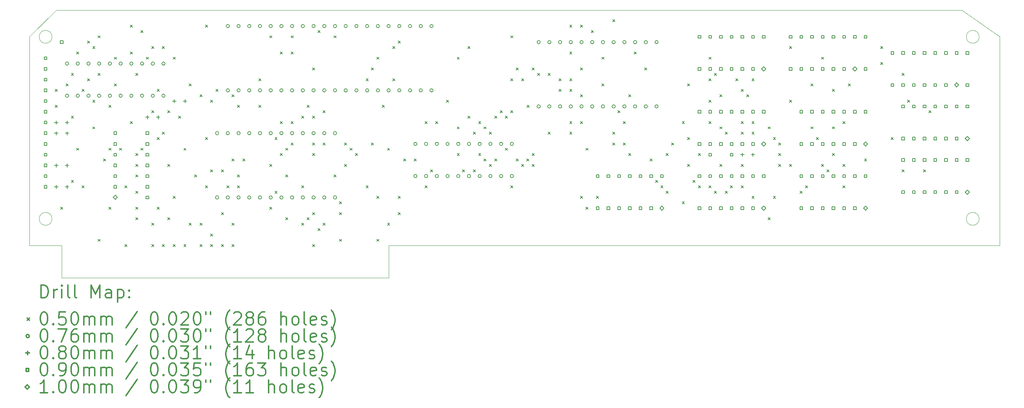
<source format=gbr>
%FSLAX45Y45*%
G04 Gerber Fmt 4.5, Leading zero omitted, Abs format (unit mm)*
G04 Created by KiCad (PCBNEW 4.0.5-e0-6337~49~ubuntu16.04.1) date Sat Jan 14 19:35:51 2017*
%MOMM*%
%LPD*%
G01*
G04 APERTURE LIST*
%ADD10C,0.127000*%
%ADD11C,0.100000*%
%ADD12C,0.200000*%
%ADD13C,0.300000*%
G04 APERTURE END LIST*
D10*
D11*
X12475000Y-13300000D02*
X12475000Y-12550000D01*
X4850000Y-12550000D02*
X4850000Y-13300000D01*
X4100000Y-12550000D02*
X4850000Y-12550000D01*
X12475000Y-13300000D02*
X4850000Y-13300000D01*
X4100000Y-7675000D02*
X4725000Y-7050000D01*
X26725000Y-7675000D02*
X25850000Y-7050000D01*
X26250000Y-7675000D02*
G75*
G03X26250000Y-7675000I-150000J0D01*
G01*
X26250000Y-11925000D02*
G75*
G03X26250000Y-11925000I-150000J0D01*
G01*
X4625000Y-7675000D02*
G75*
G03X4625000Y-7675000I-150000J0D01*
G01*
X4625000Y-11925000D02*
G75*
G03X4625000Y-11925000I-150000J0D01*
G01*
X12475000Y-12550000D02*
X26725000Y-12550000D01*
X4100000Y-7675000D02*
X4100000Y-12550000D01*
X26725000Y-7675000D02*
X26725000Y-12550000D01*
X4725000Y-7050000D02*
X25850000Y-7050000D01*
D12*
X4700000Y-8900000D02*
X4750000Y-8950000D01*
X4750000Y-8900000D02*
X4700000Y-8950000D01*
X4700000Y-9275000D02*
X4750000Y-9325000D01*
X4750000Y-9275000D02*
X4700000Y-9325000D01*
X4825000Y-11650000D02*
X4875000Y-11700000D01*
X4875000Y-11650000D02*
X4825000Y-11700000D01*
X4950000Y-8775000D02*
X5000000Y-8825000D01*
X5000000Y-8775000D02*
X4950000Y-8825000D01*
X5075000Y-8525000D02*
X5125000Y-8575000D01*
X5125000Y-8525000D02*
X5075000Y-8575000D01*
X5075000Y-9525000D02*
X5125000Y-9575000D01*
X5125000Y-9525000D02*
X5075000Y-9575000D01*
X5075000Y-11025000D02*
X5125000Y-11075000D01*
X5125000Y-11025000D02*
X5075000Y-11075000D01*
X5200000Y-8025000D02*
X5250000Y-8075000D01*
X5250000Y-8025000D02*
X5200000Y-8075000D01*
X5200000Y-10275000D02*
X5250000Y-10325000D01*
X5250000Y-10275000D02*
X5200000Y-10325000D01*
X5325000Y-8900000D02*
X5375000Y-8950000D01*
X5375000Y-8900000D02*
X5325000Y-8950000D01*
X5325000Y-11150000D02*
X5375000Y-11200000D01*
X5375000Y-11150000D02*
X5325000Y-11200000D01*
X5450000Y-7775000D02*
X5500000Y-7825000D01*
X5500000Y-7775000D02*
X5450000Y-7825000D01*
X5450000Y-8650000D02*
X5500000Y-8700000D01*
X5500000Y-8650000D02*
X5450000Y-8700000D01*
X5575000Y-7900000D02*
X5625000Y-7950000D01*
X5625000Y-7900000D02*
X5575000Y-7950000D01*
X5575000Y-9150000D02*
X5625000Y-9200000D01*
X5625000Y-9150000D02*
X5575000Y-9200000D01*
X5575000Y-9775000D02*
X5625000Y-9825000D01*
X5625000Y-9775000D02*
X5575000Y-9825000D01*
X5700000Y-7650000D02*
X5750000Y-7700000D01*
X5750000Y-7650000D02*
X5700000Y-7700000D01*
X5700000Y-8525000D02*
X5750000Y-8575000D01*
X5750000Y-8525000D02*
X5700000Y-8575000D01*
X5700000Y-12400000D02*
X5750000Y-12450000D01*
X5750000Y-12400000D02*
X5700000Y-12450000D01*
X5825000Y-10525000D02*
X5875000Y-10575000D01*
X5875000Y-10525000D02*
X5825000Y-10575000D01*
X5950000Y-9275000D02*
X6000000Y-9325000D01*
X6000000Y-9275000D02*
X5950000Y-9325000D01*
X5950000Y-10275000D02*
X6000000Y-10325000D01*
X6000000Y-10275000D02*
X5950000Y-10325000D01*
X5950000Y-11650000D02*
X6000000Y-11700000D01*
X6000000Y-11650000D02*
X5950000Y-11700000D01*
X6075000Y-8150000D02*
X6125000Y-8200000D01*
X6125000Y-8150000D02*
X6075000Y-8200000D01*
X6075000Y-8775000D02*
X6125000Y-8825000D01*
X6125000Y-8775000D02*
X6075000Y-8825000D01*
X6200000Y-10275000D02*
X6250000Y-10325000D01*
X6250000Y-10275000D02*
X6200000Y-10325000D01*
X6325000Y-11150000D02*
X6375000Y-11200000D01*
X6375000Y-11150000D02*
X6325000Y-11200000D01*
X6325000Y-12525000D02*
X6375000Y-12575000D01*
X6375000Y-12525000D02*
X6325000Y-12575000D01*
X6450000Y-7400000D02*
X6500000Y-7450000D01*
X6500000Y-7400000D02*
X6450000Y-7450000D01*
X6450000Y-8025000D02*
X6500000Y-8075000D01*
X6500000Y-8025000D02*
X6450000Y-8075000D01*
X6450000Y-9650000D02*
X6500000Y-9700000D01*
X6500000Y-9650000D02*
X6450000Y-9700000D01*
X6575000Y-8525000D02*
X6625000Y-8575000D01*
X6625000Y-8525000D02*
X6575000Y-8575000D01*
X6575000Y-10400000D02*
X6625000Y-10450000D01*
X6625000Y-10400000D02*
X6575000Y-10450000D01*
X6575000Y-10650000D02*
X6625000Y-10700000D01*
X6625000Y-10650000D02*
X6575000Y-10700000D01*
X6575000Y-10900000D02*
X6625000Y-10950000D01*
X6625000Y-10900000D02*
X6575000Y-10950000D01*
X6575000Y-11275000D02*
X6625000Y-11325000D01*
X6625000Y-11275000D02*
X6575000Y-11325000D01*
X6575000Y-11650000D02*
X6625000Y-11700000D01*
X6625000Y-11650000D02*
X6575000Y-11700000D01*
X6575000Y-11900000D02*
X6625000Y-11950000D01*
X6625000Y-11900000D02*
X6575000Y-11950000D01*
X6700000Y-7525000D02*
X6750000Y-7575000D01*
X6750000Y-7525000D02*
X6700000Y-7575000D01*
X6700000Y-10275000D02*
X6750000Y-10325000D01*
X6750000Y-10275000D02*
X6700000Y-10325000D01*
X6825000Y-8150000D02*
X6875000Y-8200000D01*
X6875000Y-8150000D02*
X6825000Y-8200000D01*
X6950000Y-7900000D02*
X7000000Y-7950000D01*
X7000000Y-7900000D02*
X6950000Y-7950000D01*
X6950000Y-9400000D02*
X7000000Y-9450000D01*
X7000000Y-9400000D02*
X6950000Y-9450000D01*
X6950000Y-12025000D02*
X7000000Y-12075000D01*
X7000000Y-12025000D02*
X6950000Y-12075000D01*
X6950000Y-12525000D02*
X7000000Y-12575000D01*
X7000000Y-12525000D02*
X6950000Y-12575000D01*
X7075000Y-8900000D02*
X7125000Y-8950000D01*
X7125000Y-8900000D02*
X7075000Y-8950000D01*
X7075000Y-10025000D02*
X7125000Y-10075000D01*
X7125000Y-10025000D02*
X7075000Y-10075000D01*
X7075000Y-11650000D02*
X7125000Y-11700000D01*
X7125000Y-11650000D02*
X7075000Y-11700000D01*
X7200000Y-7900000D02*
X7250000Y-7950000D01*
X7250000Y-7900000D02*
X7200000Y-7950000D01*
X7200000Y-9900000D02*
X7250000Y-9950000D01*
X7250000Y-9900000D02*
X7200000Y-9950000D01*
X7200000Y-12525000D02*
X7250000Y-12575000D01*
X7250000Y-12525000D02*
X7200000Y-12575000D01*
X7325000Y-9400000D02*
X7375000Y-9450000D01*
X7375000Y-9400000D02*
X7325000Y-9450000D01*
X7325000Y-10650000D02*
X7375000Y-10700000D01*
X7375000Y-10650000D02*
X7325000Y-10700000D01*
X7325000Y-11900000D02*
X7375000Y-11950000D01*
X7375000Y-11900000D02*
X7325000Y-11950000D01*
X7450000Y-8150000D02*
X7500000Y-8200000D01*
X7500000Y-8150000D02*
X7450000Y-8200000D01*
X7450000Y-11400000D02*
X7500000Y-11450000D01*
X7500000Y-11400000D02*
X7450000Y-11450000D01*
X7450000Y-12525000D02*
X7500000Y-12575000D01*
X7500000Y-12525000D02*
X7450000Y-12575000D01*
X7575000Y-9525000D02*
X7625000Y-9575000D01*
X7625000Y-9525000D02*
X7575000Y-9575000D01*
X7700000Y-10275000D02*
X7750000Y-10325000D01*
X7750000Y-10275000D02*
X7700000Y-10325000D01*
X7700000Y-12525000D02*
X7750000Y-12575000D01*
X7750000Y-12525000D02*
X7700000Y-12575000D01*
X7825000Y-8775000D02*
X7875000Y-8825000D01*
X7875000Y-8775000D02*
X7825000Y-8825000D01*
X7825000Y-12025000D02*
X7875000Y-12075000D01*
X7875000Y-12025000D02*
X7825000Y-12075000D01*
X7950000Y-10900000D02*
X8000000Y-10950000D01*
X8000000Y-10900000D02*
X7950000Y-10950000D01*
X8075000Y-9025000D02*
X8125000Y-9075000D01*
X8125000Y-9025000D02*
X8075000Y-9075000D01*
X8075000Y-12025000D02*
X8125000Y-12075000D01*
X8125000Y-12025000D02*
X8075000Y-12075000D01*
X8075000Y-12525000D02*
X8125000Y-12575000D01*
X8125000Y-12525000D02*
X8075000Y-12575000D01*
X8200000Y-7400000D02*
X8250000Y-7450000D01*
X8250000Y-7400000D02*
X8200000Y-7450000D01*
X8200000Y-10025000D02*
X8250000Y-10075000D01*
X8250000Y-10025000D02*
X8200000Y-10075000D01*
X8200000Y-11150000D02*
X8250000Y-11200000D01*
X8250000Y-11150000D02*
X8200000Y-11200000D01*
X8325000Y-9150000D02*
X8375000Y-9200000D01*
X8375000Y-9150000D02*
X8325000Y-9200000D01*
X8325000Y-10775000D02*
X8375000Y-10825000D01*
X8375000Y-10775000D02*
X8325000Y-10825000D01*
X8325000Y-12275000D02*
X8375000Y-12325000D01*
X8375000Y-12275000D02*
X8325000Y-12325000D01*
X8325000Y-12525000D02*
X8375000Y-12575000D01*
X8375000Y-12525000D02*
X8325000Y-12575000D01*
X8450000Y-8900000D02*
X8500000Y-8950000D01*
X8500000Y-8900000D02*
X8450000Y-8950000D01*
X8575000Y-10775000D02*
X8625000Y-10825000D01*
X8625000Y-10775000D02*
X8575000Y-10825000D01*
X8575000Y-11775000D02*
X8625000Y-11825000D01*
X8625000Y-11775000D02*
X8575000Y-11825000D01*
X8575000Y-12525000D02*
X8625000Y-12575000D01*
X8625000Y-12525000D02*
X8575000Y-12575000D01*
X8700000Y-11150000D02*
X8750000Y-11200000D01*
X8750000Y-11150000D02*
X8700000Y-11200000D01*
X8825000Y-9025000D02*
X8875000Y-9075000D01*
X8875000Y-9025000D02*
X8825000Y-9075000D01*
X8825000Y-10525000D02*
X8875000Y-10575000D01*
X8875000Y-10525000D02*
X8825000Y-10575000D01*
X8825000Y-12025000D02*
X8875000Y-12075000D01*
X8875000Y-12025000D02*
X8825000Y-12075000D01*
X8825000Y-12525000D02*
X8875000Y-12575000D01*
X8875000Y-12525000D02*
X8825000Y-12575000D01*
X8950000Y-9275000D02*
X9000000Y-9325000D01*
X9000000Y-9275000D02*
X8950000Y-9325000D01*
X8950000Y-10900000D02*
X9000000Y-10950000D01*
X9000000Y-10900000D02*
X8950000Y-10950000D01*
X8950000Y-11150000D02*
X9000000Y-11200000D01*
X9000000Y-11150000D02*
X8950000Y-11200000D01*
X9075000Y-10525000D02*
X9125000Y-10575000D01*
X9125000Y-10525000D02*
X9075000Y-10575000D01*
X9450000Y-8650000D02*
X9500000Y-8700000D01*
X9500000Y-8650000D02*
X9450000Y-8700000D01*
X9450000Y-9275000D02*
X9500000Y-9325000D01*
X9500000Y-9275000D02*
X9450000Y-9325000D01*
X9700000Y-7650000D02*
X9750000Y-7700000D01*
X9750000Y-7650000D02*
X9700000Y-7700000D01*
X9700000Y-10650000D02*
X9750000Y-10700000D01*
X9750000Y-10650000D02*
X9700000Y-10700000D01*
X9700000Y-11650000D02*
X9750000Y-11700000D01*
X9750000Y-11650000D02*
X9700000Y-11700000D01*
X9825000Y-10025000D02*
X9875000Y-10075000D01*
X9875000Y-10025000D02*
X9825000Y-10075000D01*
X9825000Y-11275000D02*
X9875000Y-11325000D01*
X9875000Y-11275000D02*
X9825000Y-11325000D01*
X9950000Y-8025000D02*
X10000000Y-8075000D01*
X10000000Y-8025000D02*
X9950000Y-8075000D01*
X9950000Y-9650000D02*
X10000000Y-9700000D01*
X10000000Y-9650000D02*
X9950000Y-9700000D01*
X9950000Y-10400000D02*
X10000000Y-10450000D01*
X10000000Y-10400000D02*
X9950000Y-10450000D01*
X10075000Y-10275000D02*
X10125000Y-10325000D01*
X10125000Y-10275000D02*
X10075000Y-10325000D01*
X10075000Y-10900000D02*
X10125000Y-10950000D01*
X10125000Y-10900000D02*
X10075000Y-10950000D01*
X10075000Y-11900000D02*
X10125000Y-11950000D01*
X10125000Y-11900000D02*
X10075000Y-11950000D01*
X10200000Y-7650000D02*
X10250000Y-7700000D01*
X10250000Y-7650000D02*
X10200000Y-7700000D01*
X10200000Y-8025000D02*
X10250000Y-8075000D01*
X10250000Y-8025000D02*
X10200000Y-8075000D01*
X10200000Y-9650000D02*
X10250000Y-9700000D01*
X10250000Y-9650000D02*
X10200000Y-9700000D01*
X10200000Y-10150000D02*
X10250000Y-10200000D01*
X10250000Y-10150000D02*
X10200000Y-10200000D01*
X10450000Y-9525000D02*
X10500000Y-9575000D01*
X10500000Y-9525000D02*
X10450000Y-9575000D01*
X10450000Y-11150000D02*
X10500000Y-11200000D01*
X10500000Y-11150000D02*
X10450000Y-11200000D01*
X10450000Y-12025000D02*
X10500000Y-12075000D01*
X10500000Y-12025000D02*
X10450000Y-12075000D01*
X10575000Y-9275000D02*
X10625000Y-9325000D01*
X10625000Y-9275000D02*
X10575000Y-9325000D01*
X10575000Y-11900000D02*
X10625000Y-11950000D01*
X10625000Y-11900000D02*
X10575000Y-11950000D01*
X10700000Y-8400000D02*
X10750000Y-8450000D01*
X10750000Y-8400000D02*
X10700000Y-8450000D01*
X10700000Y-9525000D02*
X10750000Y-9575000D01*
X10750000Y-9525000D02*
X10700000Y-9575000D01*
X10700000Y-10150000D02*
X10750000Y-10200000D01*
X10750000Y-10150000D02*
X10700000Y-10200000D01*
X10700000Y-10400000D02*
X10750000Y-10450000D01*
X10750000Y-10400000D02*
X10700000Y-10450000D01*
X10700000Y-11775000D02*
X10750000Y-11825000D01*
X10750000Y-11775000D02*
X10700000Y-11825000D01*
X10700000Y-12525000D02*
X10750000Y-12575000D01*
X10750000Y-12525000D02*
X10700000Y-12575000D01*
X10825000Y-7525000D02*
X10875000Y-7575000D01*
X10875000Y-7525000D02*
X10825000Y-7575000D01*
X10825000Y-12150000D02*
X10875000Y-12200000D01*
X10875000Y-12150000D02*
X10825000Y-12200000D01*
X10950000Y-9400000D02*
X11000000Y-9450000D01*
X11000000Y-9400000D02*
X10950000Y-9450000D01*
X10950000Y-10150000D02*
X11000000Y-10200000D01*
X11000000Y-10150000D02*
X10950000Y-10200000D01*
X10950000Y-12025000D02*
X11000000Y-12075000D01*
X11000000Y-12025000D02*
X10950000Y-12075000D01*
X11200000Y-7650000D02*
X11250000Y-7700000D01*
X11250000Y-7650000D02*
X11200000Y-7700000D01*
X11200000Y-10900000D02*
X11250000Y-10950000D01*
X11250000Y-10900000D02*
X11200000Y-10950000D01*
X11325000Y-11525000D02*
X11375000Y-11575000D01*
X11375000Y-11525000D02*
X11325000Y-11575000D01*
X11325000Y-11775000D02*
X11375000Y-11825000D01*
X11375000Y-11775000D02*
X11325000Y-11825000D01*
X11325000Y-12400000D02*
X11375000Y-12450000D01*
X11375000Y-12400000D02*
X11325000Y-12450000D01*
X11450000Y-10150000D02*
X11500000Y-10200000D01*
X11500000Y-10150000D02*
X11450000Y-10200000D01*
X11450000Y-10650000D02*
X11500000Y-10700000D01*
X11500000Y-10650000D02*
X11450000Y-10700000D01*
X11575000Y-10275000D02*
X11625000Y-10325000D01*
X11625000Y-10275000D02*
X11575000Y-10325000D01*
X11700000Y-10400000D02*
X11750000Y-10450000D01*
X11750000Y-10400000D02*
X11700000Y-10450000D01*
X11950000Y-8650000D02*
X12000000Y-8700000D01*
X12000000Y-8650000D02*
X11950000Y-8700000D01*
X11950000Y-11150000D02*
X12000000Y-11200000D01*
X12000000Y-11150000D02*
X11950000Y-11200000D01*
X12075000Y-8400000D02*
X12125000Y-8450000D01*
X12125000Y-8400000D02*
X12075000Y-8450000D01*
X12075000Y-10150000D02*
X12125000Y-10200000D01*
X12125000Y-10150000D02*
X12075000Y-10200000D01*
X12200000Y-8150000D02*
X12250000Y-8200000D01*
X12250000Y-8150000D02*
X12200000Y-8200000D01*
X12200000Y-11400000D02*
X12250000Y-11450000D01*
X12250000Y-11400000D02*
X12200000Y-11450000D01*
X12200000Y-12400000D02*
X12250000Y-12450000D01*
X12250000Y-12400000D02*
X12200000Y-12450000D01*
X12325000Y-9275000D02*
X12375000Y-9325000D01*
X12375000Y-9275000D02*
X12325000Y-9325000D01*
X12450000Y-10275000D02*
X12500000Y-10325000D01*
X12500000Y-10275000D02*
X12450000Y-10325000D01*
X12450000Y-12025000D02*
X12500000Y-12075000D01*
X12500000Y-12025000D02*
X12450000Y-12075000D01*
X12575000Y-7900000D02*
X12625000Y-7950000D01*
X12625000Y-7900000D02*
X12575000Y-7950000D01*
X12575000Y-8650000D02*
X12625000Y-8700000D01*
X12625000Y-8650000D02*
X12575000Y-8700000D01*
X12700000Y-7775000D02*
X12750000Y-7825000D01*
X12750000Y-7775000D02*
X12700000Y-7825000D01*
X12700000Y-11400000D02*
X12750000Y-11450000D01*
X12750000Y-11400000D02*
X12700000Y-11450000D01*
X12700000Y-11775000D02*
X12750000Y-11825000D01*
X12750000Y-11775000D02*
X12700000Y-11825000D01*
X12825000Y-10525000D02*
X12875000Y-10575000D01*
X12875000Y-10525000D02*
X12825000Y-10575000D01*
X13075000Y-10525000D02*
X13125000Y-10575000D01*
X13125000Y-10525000D02*
X13075000Y-10575000D01*
X13325000Y-9650000D02*
X13375000Y-9700000D01*
X13375000Y-9650000D02*
X13325000Y-9700000D01*
X13325000Y-11150000D02*
X13375000Y-11200000D01*
X13375000Y-11150000D02*
X13325000Y-11200000D01*
X13450000Y-10775000D02*
X13500000Y-10825000D01*
X13500000Y-10775000D02*
X13450000Y-10825000D01*
X13575000Y-9650000D02*
X13625000Y-9700000D01*
X13625000Y-9650000D02*
X13575000Y-9700000D01*
X13825000Y-9150000D02*
X13875000Y-9200000D01*
X13875000Y-9150000D02*
X13825000Y-9200000D01*
X14075000Y-8150000D02*
X14125000Y-8200000D01*
X14125000Y-8150000D02*
X14075000Y-8200000D01*
X14075000Y-9775000D02*
X14125000Y-9825000D01*
X14125000Y-9775000D02*
X14075000Y-9825000D01*
X14075000Y-10400000D02*
X14125000Y-10450000D01*
X14125000Y-10400000D02*
X14075000Y-10450000D01*
X14200000Y-10775000D02*
X14250000Y-10825000D01*
X14250000Y-10775000D02*
X14200000Y-10825000D01*
X14325000Y-7900000D02*
X14375000Y-7950000D01*
X14375000Y-7900000D02*
X14325000Y-7950000D01*
X14325000Y-9525000D02*
X14375000Y-9575000D01*
X14375000Y-9525000D02*
X14325000Y-9575000D01*
X14450000Y-9900000D02*
X14500000Y-9950000D01*
X14500000Y-9900000D02*
X14450000Y-9950000D01*
X14450000Y-10775000D02*
X14500000Y-10825000D01*
X14500000Y-10775000D02*
X14450000Y-10825000D01*
X14575000Y-9650000D02*
X14625000Y-9700000D01*
X14625000Y-9650000D02*
X14575000Y-9700000D01*
X14575000Y-10400000D02*
X14625000Y-10450000D01*
X14625000Y-10400000D02*
X14575000Y-10450000D01*
X14700000Y-9775000D02*
X14750000Y-9825000D01*
X14750000Y-9775000D02*
X14700000Y-9825000D01*
X14700000Y-10525000D02*
X14750000Y-10575000D01*
X14750000Y-10525000D02*
X14700000Y-10575000D01*
X14825000Y-9900000D02*
X14875000Y-9950000D01*
X14875000Y-9900000D02*
X14825000Y-9950000D01*
X14825000Y-10650000D02*
X14875000Y-10700000D01*
X14875000Y-10650000D02*
X14825000Y-10700000D01*
X14950000Y-9525000D02*
X15000000Y-9575000D01*
X15000000Y-9525000D02*
X14950000Y-9575000D01*
X14950000Y-10525000D02*
X15000000Y-10575000D01*
X15000000Y-10525000D02*
X14950000Y-10575000D01*
X15075000Y-9400000D02*
X15125000Y-9450000D01*
X15125000Y-9400000D02*
X15075000Y-9450000D01*
X15200000Y-9525000D02*
X15250000Y-9575000D01*
X15250000Y-9525000D02*
X15200000Y-9575000D01*
X15200000Y-10275000D02*
X15250000Y-10325000D01*
X15250000Y-10275000D02*
X15200000Y-10325000D01*
X15325000Y-7650000D02*
X15375000Y-7700000D01*
X15375000Y-7650000D02*
X15325000Y-7700000D01*
X15325000Y-8650000D02*
X15375000Y-8700000D01*
X15375000Y-8650000D02*
X15325000Y-8700000D01*
X15325000Y-9400000D02*
X15375000Y-9450000D01*
X15375000Y-9400000D02*
X15325000Y-9450000D01*
X15325000Y-11150000D02*
X15375000Y-11200000D01*
X15375000Y-11150000D02*
X15325000Y-11200000D01*
X15450000Y-8400000D02*
X15500000Y-8450000D01*
X15500000Y-8400000D02*
X15450000Y-8450000D01*
X15450000Y-10525000D02*
X15500000Y-10575000D01*
X15500000Y-10525000D02*
X15450000Y-10575000D01*
X15575000Y-8650000D02*
X15625000Y-8700000D01*
X15625000Y-8650000D02*
X15575000Y-8700000D01*
X15575000Y-10650000D02*
X15625000Y-10700000D01*
X15625000Y-10650000D02*
X15575000Y-10700000D01*
X15700000Y-10525000D02*
X15750000Y-10575000D01*
X15750000Y-10525000D02*
X15700000Y-10575000D01*
X15704289Y-9275000D02*
X15754289Y-9325000D01*
X15754289Y-9275000D02*
X15704289Y-9325000D01*
X15825000Y-8400000D02*
X15875000Y-8450000D01*
X15875000Y-8400000D02*
X15825000Y-8450000D01*
X15825000Y-10400000D02*
X15875000Y-10450000D01*
X15875000Y-10400000D02*
X15825000Y-10450000D01*
X15825000Y-10650000D02*
X15875000Y-10700000D01*
X15875000Y-10650000D02*
X15825000Y-10700000D01*
X15950000Y-8525000D02*
X16000000Y-8575000D01*
X16000000Y-8525000D02*
X15950000Y-8575000D01*
X16200000Y-8525000D02*
X16250000Y-8575000D01*
X16250000Y-8525000D02*
X16200000Y-8575000D01*
X16200000Y-9900000D02*
X16250000Y-9950000D01*
X16250000Y-9900000D02*
X16200000Y-9950000D01*
X16450000Y-8650000D02*
X16500000Y-8700000D01*
X16500000Y-8650000D02*
X16450000Y-8700000D01*
X16450000Y-8900000D02*
X16500000Y-8950000D01*
X16500000Y-8900000D02*
X16450000Y-8950000D01*
X16700000Y-7400000D02*
X16750000Y-7450000D01*
X16750000Y-7400000D02*
X16700000Y-7450000D01*
X16700000Y-8025000D02*
X16750000Y-8075000D01*
X16750000Y-8025000D02*
X16700000Y-8075000D01*
X16700000Y-8650000D02*
X16750000Y-8700000D01*
X16750000Y-8650000D02*
X16700000Y-8700000D01*
X16700000Y-8900000D02*
X16750000Y-8950000D01*
X16750000Y-8900000D02*
X16700000Y-8950000D01*
X16700000Y-9650000D02*
X16750000Y-9700000D01*
X16750000Y-9650000D02*
X16700000Y-9700000D01*
X16700000Y-9900000D02*
X16750000Y-9950000D01*
X16750000Y-9900000D02*
X16700000Y-9950000D01*
X16950000Y-7400000D02*
X17000000Y-7450000D01*
X17000000Y-7400000D02*
X16950000Y-7450000D01*
X16950000Y-8400000D02*
X17000000Y-8450000D01*
X17000000Y-8400000D02*
X16950000Y-8450000D01*
X16950000Y-9025000D02*
X17000000Y-9075000D01*
X17000000Y-9025000D02*
X16950000Y-9075000D01*
X16950000Y-9650000D02*
X17000000Y-9700000D01*
X17000000Y-9650000D02*
X16950000Y-9700000D01*
X16950000Y-11400000D02*
X17000000Y-11450000D01*
X17000000Y-11400000D02*
X16950000Y-11450000D01*
X17075000Y-10275000D02*
X17125000Y-10325000D01*
X17125000Y-10275000D02*
X17075000Y-10325000D01*
X17075000Y-11650000D02*
X17125000Y-11700000D01*
X17125000Y-11650000D02*
X17075000Y-11700000D01*
X17200000Y-7525000D02*
X17250000Y-7575000D01*
X17250000Y-7525000D02*
X17200000Y-7575000D01*
X17325000Y-11400000D02*
X17375000Y-11450000D01*
X17375000Y-11400000D02*
X17325000Y-11450000D01*
X17450000Y-8150000D02*
X17500000Y-8200000D01*
X17500000Y-8150000D02*
X17450000Y-8200000D01*
X17450000Y-8775000D02*
X17500000Y-8825000D01*
X17500000Y-8775000D02*
X17450000Y-8825000D01*
X17700000Y-7275000D02*
X17750000Y-7325000D01*
X17750000Y-7275000D02*
X17700000Y-7325000D01*
X17700000Y-9900000D02*
X17750000Y-9950000D01*
X17750000Y-9900000D02*
X17700000Y-9950000D01*
X17700000Y-10150000D02*
X17750000Y-10200000D01*
X17750000Y-10150000D02*
X17700000Y-10200000D01*
X17825000Y-9400000D02*
X17875000Y-9450000D01*
X17875000Y-9400000D02*
X17825000Y-9450000D01*
X17950000Y-9650000D02*
X18000000Y-9700000D01*
X18000000Y-9650000D02*
X17950000Y-9700000D01*
X17950000Y-10150000D02*
X18000000Y-10200000D01*
X18000000Y-10150000D02*
X17950000Y-10200000D01*
X18075000Y-9025000D02*
X18125000Y-9075000D01*
X18125000Y-9025000D02*
X18075000Y-9075000D01*
X18075000Y-10400000D02*
X18125000Y-10450000D01*
X18125000Y-10400000D02*
X18075000Y-10450000D01*
X18200000Y-8025000D02*
X18250000Y-8075000D01*
X18250000Y-8025000D02*
X18200000Y-8075000D01*
X18450000Y-8400000D02*
X18500000Y-8450000D01*
X18500000Y-8400000D02*
X18450000Y-8450000D01*
X18575000Y-10525000D02*
X18625000Y-10575000D01*
X18625000Y-10525000D02*
X18575000Y-10575000D01*
X18700000Y-11025000D02*
X18750000Y-11075000D01*
X18750000Y-11025000D02*
X18700000Y-11075000D01*
X18825000Y-11150000D02*
X18875000Y-11200000D01*
X18875000Y-11150000D02*
X18825000Y-11200000D01*
X18950000Y-10400000D02*
X19000000Y-10450000D01*
X19000000Y-10400000D02*
X18950000Y-10450000D01*
X18950000Y-11275000D02*
X19000000Y-11325000D01*
X19000000Y-11275000D02*
X18950000Y-11325000D01*
X19075000Y-10150000D02*
X19125000Y-10200000D01*
X19125000Y-10150000D02*
X19075000Y-10200000D01*
X19325000Y-9650000D02*
X19375000Y-9700000D01*
X19375000Y-9650000D02*
X19325000Y-9700000D01*
X19325000Y-11525000D02*
X19375000Y-11575000D01*
X19375000Y-11525000D02*
X19325000Y-11575000D01*
X19450000Y-8775000D02*
X19500000Y-8825000D01*
X19500000Y-8775000D02*
X19450000Y-8825000D01*
X19450000Y-10025000D02*
X19500000Y-10075000D01*
X19500000Y-10025000D02*
X19450000Y-10075000D01*
X19450000Y-10650000D02*
X19500000Y-10700000D01*
X19500000Y-10650000D02*
X19450000Y-10700000D01*
X19575000Y-11025000D02*
X19625000Y-11075000D01*
X19625000Y-11025000D02*
X19575000Y-11075000D01*
X19700000Y-10400000D02*
X19750000Y-10450000D01*
X19750000Y-10400000D02*
X19700000Y-10450000D01*
X19700000Y-11150000D02*
X19750000Y-11200000D01*
X19750000Y-11150000D02*
X19700000Y-11200000D01*
X19950000Y-8150000D02*
X20000000Y-8200000D01*
X20000000Y-8150000D02*
X19950000Y-8200000D01*
X19950000Y-8650000D02*
X20000000Y-8700000D01*
X20000000Y-8650000D02*
X19950000Y-8700000D01*
X19950000Y-9150000D02*
X20000000Y-9200000D01*
X20000000Y-9150000D02*
X19950000Y-9200000D01*
X19950000Y-9650000D02*
X20000000Y-9700000D01*
X20000000Y-9650000D02*
X19950000Y-9700000D01*
X19950000Y-11150000D02*
X20000000Y-11200000D01*
X20000000Y-11150000D02*
X19950000Y-11200000D01*
X20075000Y-8525000D02*
X20125000Y-8575000D01*
X20125000Y-8525000D02*
X20075000Y-8575000D01*
X20075000Y-11275000D02*
X20125000Y-11325000D01*
X20125000Y-11275000D02*
X20075000Y-11325000D01*
X20200000Y-9025000D02*
X20250000Y-9075000D01*
X20250000Y-9025000D02*
X20200000Y-9075000D01*
X20200000Y-9775000D02*
X20250000Y-9825000D01*
X20250000Y-9775000D02*
X20200000Y-9825000D01*
X20200000Y-10650000D02*
X20250000Y-10700000D01*
X20250000Y-10650000D02*
X20200000Y-10700000D01*
X20325000Y-9900000D02*
X20375000Y-9950000D01*
X20375000Y-9900000D02*
X20325000Y-9950000D01*
X20325000Y-11275000D02*
X20375000Y-11325000D01*
X20375000Y-11275000D02*
X20325000Y-11325000D01*
X20450000Y-11150000D02*
X20500000Y-11200000D01*
X20500000Y-11150000D02*
X20450000Y-11200000D01*
X20575000Y-8650000D02*
X20625000Y-8700000D01*
X20625000Y-8650000D02*
X20575000Y-8700000D01*
X20700000Y-8900000D02*
X20750000Y-8950000D01*
X20750000Y-8900000D02*
X20700000Y-8950000D01*
X20700000Y-9650000D02*
X20750000Y-9700000D01*
X20750000Y-9650000D02*
X20700000Y-9700000D01*
X20700000Y-9900000D02*
X20750000Y-9950000D01*
X20750000Y-9900000D02*
X20700000Y-9950000D01*
X20700000Y-10650000D02*
X20750000Y-10700000D01*
X20750000Y-10650000D02*
X20700000Y-10700000D01*
X20700000Y-11150000D02*
X20750000Y-11200000D01*
X20750000Y-11150000D02*
X20700000Y-11200000D01*
X20825000Y-9025000D02*
X20875000Y-9075000D01*
X20875000Y-9025000D02*
X20825000Y-9075000D01*
X20950000Y-8650000D02*
X21000000Y-8700000D01*
X21000000Y-8650000D02*
X20950000Y-8700000D01*
X20950000Y-9650000D02*
X21000000Y-9700000D01*
X21000000Y-9650000D02*
X20950000Y-9700000D01*
X20950000Y-9900000D02*
X21000000Y-9950000D01*
X21000000Y-9900000D02*
X20950000Y-9950000D01*
X20950000Y-11400000D02*
X21000000Y-11450000D01*
X21000000Y-11400000D02*
X20950000Y-11450000D01*
X21325000Y-9775000D02*
X21375000Y-9825000D01*
X21375000Y-9775000D02*
X21325000Y-9825000D01*
X21325000Y-11900000D02*
X21375000Y-11950000D01*
X21375000Y-11900000D02*
X21325000Y-11950000D01*
X21450000Y-10025000D02*
X21500000Y-10075000D01*
X21500000Y-10025000D02*
X21450000Y-10075000D01*
X21450000Y-11400000D02*
X21500000Y-11450000D01*
X21500000Y-11400000D02*
X21450000Y-11450000D01*
X21575000Y-10150000D02*
X21625000Y-10200000D01*
X21625000Y-10150000D02*
X21575000Y-10200000D01*
X21575000Y-10400000D02*
X21625000Y-10450000D01*
X21625000Y-10400000D02*
X21575000Y-10450000D01*
X21575000Y-10650000D02*
X21625000Y-10700000D01*
X21625000Y-10650000D02*
X21575000Y-10700000D01*
X21825000Y-7900000D02*
X21875000Y-7950000D01*
X21875000Y-7900000D02*
X21825000Y-7950000D01*
X21825000Y-9150000D02*
X21875000Y-9200000D01*
X21875000Y-9150000D02*
X21825000Y-9200000D01*
X21825000Y-10650000D02*
X21875000Y-10700000D01*
X21875000Y-10650000D02*
X21825000Y-10700000D01*
X22075000Y-11275000D02*
X22125000Y-11325000D01*
X22125000Y-11275000D02*
X22075000Y-11325000D01*
X22200000Y-11150000D02*
X22250000Y-11200000D01*
X22250000Y-11150000D02*
X22200000Y-11200000D01*
X22325000Y-8775000D02*
X22375000Y-8825000D01*
X22375000Y-8775000D02*
X22325000Y-8825000D01*
X22325000Y-9775000D02*
X22375000Y-9825000D01*
X22375000Y-9775000D02*
X22325000Y-9825000D01*
X22450000Y-10025000D02*
X22500000Y-10075000D01*
X22500000Y-10025000D02*
X22450000Y-10075000D01*
X22575000Y-8150000D02*
X22625000Y-8200000D01*
X22625000Y-8150000D02*
X22575000Y-8200000D01*
X22575000Y-10650000D02*
X22625000Y-10700000D01*
X22625000Y-10650000D02*
X22575000Y-10700000D01*
X22700000Y-10775000D02*
X22750000Y-10825000D01*
X22750000Y-10775000D02*
X22700000Y-10825000D01*
X22825000Y-8900000D02*
X22875000Y-8950000D01*
X22875000Y-8900000D02*
X22825000Y-8950000D01*
X22825000Y-9775000D02*
X22875000Y-9825000D01*
X22875000Y-9775000D02*
X22825000Y-9825000D01*
X22825000Y-10400000D02*
X22875000Y-10450000D01*
X22875000Y-10400000D02*
X22825000Y-10450000D01*
X23075000Y-9650000D02*
X23125000Y-9700000D01*
X23125000Y-9650000D02*
X23075000Y-9700000D01*
X23075000Y-10650000D02*
X23125000Y-10700000D01*
X23125000Y-10650000D02*
X23075000Y-10700000D01*
X23075000Y-11150000D02*
X23125000Y-11200000D01*
X23125000Y-11150000D02*
X23075000Y-11200000D01*
X23200000Y-8775000D02*
X23250000Y-8825000D01*
X23250000Y-8775000D02*
X23200000Y-8825000D01*
X23575000Y-10525000D02*
X23625000Y-10575000D01*
X23625000Y-10525000D02*
X23575000Y-10575000D01*
X23950000Y-7900000D02*
X24000000Y-7950000D01*
X24000000Y-7900000D02*
X23950000Y-7950000D01*
X23950000Y-8275000D02*
X24000000Y-8325000D01*
X24000000Y-8275000D02*
X23950000Y-8325000D01*
X24200000Y-10025000D02*
X24250000Y-10075000D01*
X24250000Y-10025000D02*
X24200000Y-10075000D01*
X24450000Y-8525000D02*
X24500000Y-8575000D01*
X24500000Y-8525000D02*
X24450000Y-8575000D01*
X24450000Y-10775000D02*
X24500000Y-10825000D01*
X24500000Y-10775000D02*
X24450000Y-10825000D01*
X24575000Y-9150000D02*
X24625000Y-9200000D01*
X24625000Y-9150000D02*
X24575000Y-9200000D01*
X24950000Y-10775000D02*
X25000000Y-10825000D01*
X25000000Y-10775000D02*
X24950000Y-10825000D01*
X25075000Y-9400000D02*
X25125000Y-9450000D01*
X25125000Y-9400000D02*
X25075000Y-9450000D01*
X5013100Y-8300000D02*
G75*
G03X5013100Y-8300000I-38100J0D01*
G01*
X5013100Y-9050000D02*
G75*
G03X5013100Y-9050000I-38100J0D01*
G01*
X5263100Y-8300000D02*
G75*
G03X5263100Y-8300000I-38100J0D01*
G01*
X5263100Y-9050000D02*
G75*
G03X5263100Y-9050000I-38100J0D01*
G01*
X5513100Y-8300000D02*
G75*
G03X5513100Y-8300000I-38100J0D01*
G01*
X5513100Y-9050000D02*
G75*
G03X5513100Y-9050000I-38100J0D01*
G01*
X5763100Y-8300000D02*
G75*
G03X5763100Y-8300000I-38100J0D01*
G01*
X5763100Y-9050000D02*
G75*
G03X5763100Y-9050000I-38100J0D01*
G01*
X6013100Y-8300000D02*
G75*
G03X6013100Y-8300000I-38100J0D01*
G01*
X6013100Y-9050000D02*
G75*
G03X6013100Y-9050000I-38100J0D01*
G01*
X6263100Y-8300000D02*
G75*
G03X6263100Y-8300000I-38100J0D01*
G01*
X6263100Y-9050000D02*
G75*
G03X6263100Y-9050000I-38100J0D01*
G01*
X6513100Y-8300000D02*
G75*
G03X6513100Y-8300000I-38100J0D01*
G01*
X6513100Y-9050000D02*
G75*
G03X6513100Y-9050000I-38100J0D01*
G01*
X6763100Y-8300000D02*
G75*
G03X6763100Y-8300000I-38100J0D01*
G01*
X6763100Y-9050000D02*
G75*
G03X6763100Y-9050000I-38100J0D01*
G01*
X7013100Y-8300000D02*
G75*
G03X7013100Y-8300000I-38100J0D01*
G01*
X7013100Y-9050000D02*
G75*
G03X7013100Y-9050000I-38100J0D01*
G01*
X7263100Y-8300000D02*
G75*
G03X7263100Y-8300000I-38100J0D01*
G01*
X7263100Y-9050000D02*
G75*
G03X7263100Y-9050000I-38100J0D01*
G01*
X8513100Y-9925000D02*
G75*
G03X8513100Y-9925000I-38100J0D01*
G01*
X8513100Y-11425000D02*
G75*
G03X8513100Y-11425000I-38100J0D01*
G01*
X8763100Y-7425000D02*
G75*
G03X8763100Y-7425000I-38100J0D01*
G01*
X8763100Y-8925000D02*
G75*
G03X8763100Y-8925000I-38100J0D01*
G01*
X8763100Y-9925000D02*
G75*
G03X8763100Y-9925000I-38100J0D01*
G01*
X8763100Y-11425000D02*
G75*
G03X8763100Y-11425000I-38100J0D01*
G01*
X9013100Y-7425000D02*
G75*
G03X9013100Y-7425000I-38100J0D01*
G01*
X9013100Y-8925000D02*
G75*
G03X9013100Y-8925000I-38100J0D01*
G01*
X9013100Y-9925000D02*
G75*
G03X9013100Y-9925000I-38100J0D01*
G01*
X9013100Y-11425000D02*
G75*
G03X9013100Y-11425000I-38100J0D01*
G01*
X9263100Y-7425000D02*
G75*
G03X9263100Y-7425000I-38100J0D01*
G01*
X9263100Y-8925000D02*
G75*
G03X9263100Y-8925000I-38100J0D01*
G01*
X9263100Y-9925000D02*
G75*
G03X9263100Y-9925000I-38100J0D01*
G01*
X9263100Y-11425000D02*
G75*
G03X9263100Y-11425000I-38100J0D01*
G01*
X9513100Y-7425000D02*
G75*
G03X9513100Y-7425000I-38100J0D01*
G01*
X9513100Y-8925000D02*
G75*
G03X9513100Y-8925000I-38100J0D01*
G01*
X9513100Y-9925000D02*
G75*
G03X9513100Y-9925000I-38100J0D01*
G01*
X9513100Y-11425000D02*
G75*
G03X9513100Y-11425000I-38100J0D01*
G01*
X9763100Y-7425000D02*
G75*
G03X9763100Y-7425000I-38100J0D01*
G01*
X9763100Y-8925000D02*
G75*
G03X9763100Y-8925000I-38100J0D01*
G01*
X9763100Y-9925000D02*
G75*
G03X9763100Y-9925000I-38100J0D01*
G01*
X9763100Y-11425000D02*
G75*
G03X9763100Y-11425000I-38100J0D01*
G01*
X10013100Y-7425000D02*
G75*
G03X10013100Y-7425000I-38100J0D01*
G01*
X10013100Y-8925000D02*
G75*
G03X10013100Y-8925000I-38100J0D01*
G01*
X10013100Y-9925000D02*
G75*
G03X10013100Y-9925000I-38100J0D01*
G01*
X10013100Y-11425000D02*
G75*
G03X10013100Y-11425000I-38100J0D01*
G01*
X10263100Y-7425000D02*
G75*
G03X10263100Y-7425000I-38100J0D01*
G01*
X10263100Y-8925000D02*
G75*
G03X10263100Y-8925000I-38100J0D01*
G01*
X10263100Y-9925000D02*
G75*
G03X10263100Y-9925000I-38100J0D01*
G01*
X10263100Y-11425000D02*
G75*
G03X10263100Y-11425000I-38100J0D01*
G01*
X10513100Y-7425000D02*
G75*
G03X10513100Y-7425000I-38100J0D01*
G01*
X10513100Y-8925000D02*
G75*
G03X10513100Y-8925000I-38100J0D01*
G01*
X10513100Y-9925000D02*
G75*
G03X10513100Y-9925000I-38100J0D01*
G01*
X10513100Y-11425000D02*
G75*
G03X10513100Y-11425000I-38100J0D01*
G01*
X10763100Y-7425000D02*
G75*
G03X10763100Y-7425000I-38100J0D01*
G01*
X10763100Y-8925000D02*
G75*
G03X10763100Y-8925000I-38100J0D01*
G01*
X10763100Y-9925000D02*
G75*
G03X10763100Y-9925000I-38100J0D01*
G01*
X10763100Y-11425000D02*
G75*
G03X10763100Y-11425000I-38100J0D01*
G01*
X11013100Y-7425000D02*
G75*
G03X11013100Y-7425000I-38100J0D01*
G01*
X11013100Y-8925000D02*
G75*
G03X11013100Y-8925000I-38100J0D01*
G01*
X11013100Y-9925000D02*
G75*
G03X11013100Y-9925000I-38100J0D01*
G01*
X11013100Y-11425000D02*
G75*
G03X11013100Y-11425000I-38100J0D01*
G01*
X11263100Y-7425000D02*
G75*
G03X11263100Y-7425000I-38100J0D01*
G01*
X11263100Y-8925000D02*
G75*
G03X11263100Y-8925000I-38100J0D01*
G01*
X11263100Y-9925000D02*
G75*
G03X11263100Y-9925000I-38100J0D01*
G01*
X11263100Y-11425000D02*
G75*
G03X11263100Y-11425000I-38100J0D01*
G01*
X11513100Y-7425000D02*
G75*
G03X11513100Y-7425000I-38100J0D01*
G01*
X11513100Y-8925000D02*
G75*
G03X11513100Y-8925000I-38100J0D01*
G01*
X11763100Y-7425000D02*
G75*
G03X11763100Y-7425000I-38100J0D01*
G01*
X11763100Y-8925000D02*
G75*
G03X11763100Y-8925000I-38100J0D01*
G01*
X12013100Y-7425000D02*
G75*
G03X12013100Y-7425000I-38100J0D01*
G01*
X12013100Y-8925000D02*
G75*
G03X12013100Y-8925000I-38100J0D01*
G01*
X12263100Y-7425000D02*
G75*
G03X12263100Y-7425000I-38100J0D01*
G01*
X12263100Y-8925000D02*
G75*
G03X12263100Y-8925000I-38100J0D01*
G01*
X12513100Y-7425000D02*
G75*
G03X12513100Y-7425000I-38100J0D01*
G01*
X12513100Y-8925000D02*
G75*
G03X12513100Y-8925000I-38100J0D01*
G01*
X12763100Y-7425000D02*
G75*
G03X12763100Y-7425000I-38100J0D01*
G01*
X12763100Y-8925000D02*
G75*
G03X12763100Y-8925000I-38100J0D01*
G01*
X13013100Y-7425000D02*
G75*
G03X13013100Y-7425000I-38100J0D01*
G01*
X13013100Y-8925000D02*
G75*
G03X13013100Y-8925000I-38100J0D01*
G01*
X13138100Y-10175000D02*
G75*
G03X13138100Y-10175000I-38100J0D01*
G01*
X13138100Y-10925000D02*
G75*
G03X13138100Y-10925000I-38100J0D01*
G01*
X13263100Y-7425000D02*
G75*
G03X13263100Y-7425000I-38100J0D01*
G01*
X13263100Y-8925000D02*
G75*
G03X13263100Y-8925000I-38100J0D01*
G01*
X13388100Y-10175000D02*
G75*
G03X13388100Y-10175000I-38100J0D01*
G01*
X13388100Y-10925000D02*
G75*
G03X13388100Y-10925000I-38100J0D01*
G01*
X13513100Y-7425000D02*
G75*
G03X13513100Y-7425000I-38100J0D01*
G01*
X13513100Y-8925000D02*
G75*
G03X13513100Y-8925000I-38100J0D01*
G01*
X13638100Y-10175000D02*
G75*
G03X13638100Y-10175000I-38100J0D01*
G01*
X13638100Y-10925000D02*
G75*
G03X13638100Y-10925000I-38100J0D01*
G01*
X13888100Y-10175000D02*
G75*
G03X13888100Y-10175000I-38100J0D01*
G01*
X13888100Y-10925000D02*
G75*
G03X13888100Y-10925000I-38100J0D01*
G01*
X14138100Y-10175000D02*
G75*
G03X14138100Y-10175000I-38100J0D01*
G01*
X14138100Y-10925000D02*
G75*
G03X14138100Y-10925000I-38100J0D01*
G01*
X14388100Y-10175000D02*
G75*
G03X14388100Y-10175000I-38100J0D01*
G01*
X14388100Y-10925000D02*
G75*
G03X14388100Y-10925000I-38100J0D01*
G01*
X14638100Y-10175000D02*
G75*
G03X14638100Y-10175000I-38100J0D01*
G01*
X14638100Y-10925000D02*
G75*
G03X14638100Y-10925000I-38100J0D01*
G01*
X14888100Y-10175000D02*
G75*
G03X14888100Y-10175000I-38100J0D01*
G01*
X14888100Y-10925000D02*
G75*
G03X14888100Y-10925000I-38100J0D01*
G01*
X15138100Y-10175000D02*
G75*
G03X15138100Y-10175000I-38100J0D01*
G01*
X15138100Y-10925000D02*
G75*
G03X15138100Y-10925000I-38100J0D01*
G01*
X15388100Y-10175000D02*
G75*
G03X15388100Y-10175000I-38100J0D01*
G01*
X15388100Y-10925000D02*
G75*
G03X15388100Y-10925000I-38100J0D01*
G01*
X16013100Y-7800000D02*
G75*
G03X16013100Y-7800000I-38100J0D01*
G01*
X16013100Y-9300000D02*
G75*
G03X16013100Y-9300000I-38100J0D01*
G01*
X16263100Y-7800000D02*
G75*
G03X16263100Y-7800000I-38100J0D01*
G01*
X16263100Y-9300000D02*
G75*
G03X16263100Y-9300000I-38100J0D01*
G01*
X16513100Y-7800000D02*
G75*
G03X16513100Y-7800000I-38100J0D01*
G01*
X16513100Y-9300000D02*
G75*
G03X16513100Y-9300000I-38100J0D01*
G01*
X16763100Y-7800000D02*
G75*
G03X16763100Y-7800000I-38100J0D01*
G01*
X16763100Y-9300000D02*
G75*
G03X16763100Y-9300000I-38100J0D01*
G01*
X17013100Y-7800000D02*
G75*
G03X17013100Y-7800000I-38100J0D01*
G01*
X17013100Y-9300000D02*
G75*
G03X17013100Y-9300000I-38100J0D01*
G01*
X17263100Y-7800000D02*
G75*
G03X17263100Y-7800000I-38100J0D01*
G01*
X17263100Y-9300000D02*
G75*
G03X17263100Y-9300000I-38100J0D01*
G01*
X17513100Y-7800000D02*
G75*
G03X17513100Y-7800000I-38100J0D01*
G01*
X17513100Y-9300000D02*
G75*
G03X17513100Y-9300000I-38100J0D01*
G01*
X17763100Y-7800000D02*
G75*
G03X17763100Y-7800000I-38100J0D01*
G01*
X17763100Y-9300000D02*
G75*
G03X17763100Y-9300000I-38100J0D01*
G01*
X18013100Y-7800000D02*
G75*
G03X18013100Y-7800000I-38100J0D01*
G01*
X18013100Y-9300000D02*
G75*
G03X18013100Y-9300000I-38100J0D01*
G01*
X18263100Y-7800000D02*
G75*
G03X18263100Y-7800000I-38100J0D01*
G01*
X18263100Y-9300000D02*
G75*
G03X18263100Y-9300000I-38100J0D01*
G01*
X18513100Y-7800000D02*
G75*
G03X18513100Y-7800000I-38100J0D01*
G01*
X18513100Y-9300000D02*
G75*
G03X18513100Y-9300000I-38100J0D01*
G01*
X18763100Y-7800000D02*
G75*
G03X18763100Y-7800000I-38100J0D01*
G01*
X18763100Y-9300000D02*
G75*
G03X18763100Y-9300000I-38100J0D01*
G01*
X4725000Y-9885000D02*
X4725000Y-9965000D01*
X4685000Y-9925000D02*
X4765000Y-9925000D01*
X4725000Y-10635000D02*
X4725000Y-10715000D01*
X4685000Y-10675000D02*
X4765000Y-10675000D01*
X4725064Y-9635000D02*
X4725064Y-9715000D01*
X4685064Y-9675000D02*
X4765064Y-9675000D01*
X4725064Y-11135000D02*
X4725064Y-11215000D01*
X4685064Y-11175000D02*
X4765064Y-11175000D01*
X4974936Y-9885000D02*
X4974936Y-9965000D01*
X4934936Y-9925000D02*
X5014936Y-9925000D01*
X4974936Y-10635000D02*
X4974936Y-10715000D01*
X4934936Y-10675000D02*
X5014936Y-10675000D01*
X4975000Y-9635000D02*
X4975000Y-9715000D01*
X4935000Y-9675000D02*
X5015000Y-9675000D01*
X4975000Y-11135000D02*
X4975000Y-11215000D01*
X4935000Y-11175000D02*
X5015000Y-11175000D01*
X6850000Y-9510000D02*
X6850000Y-9590000D01*
X6810000Y-9550000D02*
X6890000Y-9550000D01*
X7099936Y-9510000D02*
X7099936Y-9590000D01*
X7059936Y-9550000D02*
X7139936Y-9550000D01*
X7475064Y-9135000D02*
X7475064Y-9215000D01*
X7435064Y-9175000D02*
X7515064Y-9175000D01*
X7725000Y-9135000D02*
X7725000Y-9215000D01*
X7685000Y-9175000D02*
X7765000Y-9175000D01*
X20725000Y-10385000D02*
X20725000Y-10465000D01*
X20685000Y-10425000D02*
X20765000Y-10425000D01*
X20974936Y-10385000D02*
X20974936Y-10465000D01*
X20934936Y-10425000D02*
X21014936Y-10425000D01*
X4506820Y-8206820D02*
X4506820Y-8143180D01*
X4443180Y-8143180D01*
X4443180Y-8206820D01*
X4506820Y-8206820D01*
X4506820Y-8456820D02*
X4506820Y-8393180D01*
X4443180Y-8393180D01*
X4443180Y-8456820D01*
X4506820Y-8456820D01*
X4506820Y-8706820D02*
X4506820Y-8643180D01*
X4443180Y-8643180D01*
X4443180Y-8706820D01*
X4506820Y-8706820D01*
X4506820Y-8956820D02*
X4506820Y-8893180D01*
X4443180Y-8893180D01*
X4443180Y-8956820D01*
X4506820Y-8956820D01*
X4506820Y-9206820D02*
X4506820Y-9143180D01*
X4443180Y-9143180D01*
X4443180Y-9206820D01*
X4506820Y-9206820D01*
X4506820Y-9456820D02*
X4506820Y-9393180D01*
X4443180Y-9393180D01*
X4443180Y-9456820D01*
X4506820Y-9456820D01*
X4506820Y-9706820D02*
X4506820Y-9643180D01*
X4443180Y-9643180D01*
X4443180Y-9706820D01*
X4506820Y-9706820D01*
X4506820Y-9956820D02*
X4506820Y-9893180D01*
X4443180Y-9893180D01*
X4443180Y-9956820D01*
X4506820Y-9956820D01*
X4506820Y-10206820D02*
X4506820Y-10143180D01*
X4443180Y-10143180D01*
X4443180Y-10206820D01*
X4506820Y-10206820D01*
X4506820Y-10456820D02*
X4506820Y-10393180D01*
X4443180Y-10393180D01*
X4443180Y-10456820D01*
X4506820Y-10456820D01*
X4506820Y-10706820D02*
X4506820Y-10643180D01*
X4443180Y-10643180D01*
X4443180Y-10706820D01*
X4506820Y-10706820D01*
X4506820Y-10956820D02*
X4506820Y-10893180D01*
X4443180Y-10893180D01*
X4443180Y-10956820D01*
X4506820Y-10956820D01*
X4506820Y-11206820D02*
X4506820Y-11143180D01*
X4443180Y-11143180D01*
X4443180Y-11206820D01*
X4506820Y-11206820D01*
X4881820Y-7831820D02*
X4881820Y-7768180D01*
X4818180Y-7768180D01*
X4818180Y-7831820D01*
X4881820Y-7831820D01*
X6131820Y-9956820D02*
X6131820Y-9893180D01*
X6068180Y-9893180D01*
X6068180Y-9956820D01*
X6131820Y-9956820D01*
X6131820Y-10206820D02*
X6131820Y-10143180D01*
X6068180Y-10143180D01*
X6068180Y-10206820D01*
X6131820Y-10206820D01*
X6131820Y-10456820D02*
X6131820Y-10393180D01*
X6068180Y-10393180D01*
X6068180Y-10456820D01*
X6131820Y-10456820D01*
X6131820Y-10706820D02*
X6131820Y-10643180D01*
X6068180Y-10643180D01*
X6068180Y-10706820D01*
X6131820Y-10706820D01*
X6131820Y-10956820D02*
X6131820Y-10893180D01*
X6068180Y-10893180D01*
X6068180Y-10956820D01*
X6131820Y-10956820D01*
X6131820Y-11206820D02*
X6131820Y-11143180D01*
X6068180Y-11143180D01*
X6068180Y-11206820D01*
X6131820Y-11206820D01*
X6881820Y-9956820D02*
X6881820Y-9893180D01*
X6818180Y-9893180D01*
X6818180Y-9956820D01*
X6881820Y-9956820D01*
X6881820Y-10206820D02*
X6881820Y-10143180D01*
X6818180Y-10143180D01*
X6818180Y-10206820D01*
X6881820Y-10206820D01*
X6881820Y-10456820D02*
X6881820Y-10393180D01*
X6818180Y-10393180D01*
X6818180Y-10456820D01*
X6881820Y-10456820D01*
X6881820Y-10706820D02*
X6881820Y-10643180D01*
X6818180Y-10643180D01*
X6818180Y-10706820D01*
X6881820Y-10706820D01*
X6881820Y-10956820D02*
X6881820Y-10893180D01*
X6818180Y-10893180D01*
X6818180Y-10956820D01*
X6881820Y-10956820D01*
X6881820Y-11206820D02*
X6881820Y-11143180D01*
X6818180Y-11143180D01*
X6818180Y-11206820D01*
X6881820Y-11206820D01*
X6881820Y-11456820D02*
X6881820Y-11393180D01*
X6818180Y-11393180D01*
X6818180Y-11456820D01*
X6881820Y-11456820D01*
X17381820Y-10956820D02*
X17381820Y-10893180D01*
X17318180Y-10893180D01*
X17318180Y-10956820D01*
X17381820Y-10956820D01*
X17381820Y-11706820D02*
X17381820Y-11643180D01*
X17318180Y-11643180D01*
X17318180Y-11706820D01*
X17381820Y-11706820D01*
X17631820Y-10956820D02*
X17631820Y-10893180D01*
X17568180Y-10893180D01*
X17568180Y-10956820D01*
X17631820Y-10956820D01*
X17631820Y-11706820D02*
X17631820Y-11643180D01*
X17568180Y-11643180D01*
X17568180Y-11706820D01*
X17631820Y-11706820D01*
X17881820Y-10956820D02*
X17881820Y-10893180D01*
X17818180Y-10893180D01*
X17818180Y-10956820D01*
X17881820Y-10956820D01*
X17881820Y-11706820D02*
X17881820Y-11643180D01*
X17818180Y-11643180D01*
X17818180Y-11706820D01*
X17881820Y-11706820D01*
X18131820Y-10956820D02*
X18131820Y-10893180D01*
X18068180Y-10893180D01*
X18068180Y-10956820D01*
X18131820Y-10956820D01*
X18131820Y-11706820D02*
X18131820Y-11643180D01*
X18068180Y-11643180D01*
X18068180Y-11706820D01*
X18131820Y-11706820D01*
X18381820Y-10956820D02*
X18381820Y-10893180D01*
X18318180Y-10893180D01*
X18318180Y-10956820D01*
X18381820Y-10956820D01*
X18381820Y-11706820D02*
X18381820Y-11643180D01*
X18318180Y-11643180D01*
X18318180Y-11706820D01*
X18381820Y-11706820D01*
X18631820Y-10956820D02*
X18631820Y-10893180D01*
X18568180Y-10893180D01*
X18568180Y-10956820D01*
X18631820Y-10956820D01*
X18631820Y-11706820D02*
X18631820Y-11643180D01*
X18568180Y-11643180D01*
X18568180Y-11706820D01*
X18631820Y-11706820D01*
X18881820Y-10956820D02*
X18881820Y-10893180D01*
X18818180Y-10893180D01*
X18818180Y-10956820D01*
X18881820Y-10956820D01*
X19756820Y-7706820D02*
X19756820Y-7643180D01*
X19693180Y-7643180D01*
X19693180Y-7706820D01*
X19756820Y-7706820D01*
X19756820Y-8456820D02*
X19756820Y-8393180D01*
X19693180Y-8393180D01*
X19693180Y-8456820D01*
X19756820Y-8456820D01*
X19756820Y-9456820D02*
X19756820Y-9393180D01*
X19693180Y-9393180D01*
X19693180Y-9456820D01*
X19756820Y-9456820D01*
X19756820Y-10206820D02*
X19756820Y-10143180D01*
X19693180Y-10143180D01*
X19693180Y-10206820D01*
X19756820Y-10206820D01*
X19756820Y-10956820D02*
X19756820Y-10893180D01*
X19693180Y-10893180D01*
X19693180Y-10956820D01*
X19756820Y-10956820D01*
X19756820Y-11706820D02*
X19756820Y-11643180D01*
X19693180Y-11643180D01*
X19693180Y-11706820D01*
X19756820Y-11706820D01*
X20006820Y-7706820D02*
X20006820Y-7643180D01*
X19943180Y-7643180D01*
X19943180Y-7706820D01*
X20006820Y-7706820D01*
X20006820Y-8456820D02*
X20006820Y-8393180D01*
X19943180Y-8393180D01*
X19943180Y-8456820D01*
X20006820Y-8456820D01*
X20006820Y-9456820D02*
X20006820Y-9393180D01*
X19943180Y-9393180D01*
X19943180Y-9456820D01*
X20006820Y-9456820D01*
X20006820Y-10206820D02*
X20006820Y-10143180D01*
X19943180Y-10143180D01*
X19943180Y-10206820D01*
X20006820Y-10206820D01*
X20006820Y-10456820D02*
X20006820Y-10393180D01*
X19943180Y-10393180D01*
X19943180Y-10456820D01*
X20006820Y-10456820D01*
X20006820Y-10956820D02*
X20006820Y-10893180D01*
X19943180Y-10893180D01*
X19943180Y-10956820D01*
X20006820Y-10956820D01*
X20006820Y-11706820D02*
X20006820Y-11643180D01*
X19943180Y-11643180D01*
X19943180Y-11706820D01*
X20006820Y-11706820D01*
X20256820Y-7706820D02*
X20256820Y-7643180D01*
X20193180Y-7643180D01*
X20193180Y-7706820D01*
X20256820Y-7706820D01*
X20256820Y-8456820D02*
X20256820Y-8393180D01*
X20193180Y-8393180D01*
X20193180Y-8456820D01*
X20256820Y-8456820D01*
X20256820Y-9456820D02*
X20256820Y-9393180D01*
X20193180Y-9393180D01*
X20193180Y-9456820D01*
X20256820Y-9456820D01*
X20256820Y-10206820D02*
X20256820Y-10143180D01*
X20193180Y-10143180D01*
X20193180Y-10206820D01*
X20256820Y-10206820D01*
X20256820Y-10956820D02*
X20256820Y-10893180D01*
X20193180Y-10893180D01*
X20193180Y-10956820D01*
X20256820Y-10956820D01*
X20256820Y-11706820D02*
X20256820Y-11643180D01*
X20193180Y-11643180D01*
X20193180Y-11706820D01*
X20256820Y-11706820D01*
X20506820Y-7706820D02*
X20506820Y-7643180D01*
X20443180Y-7643180D01*
X20443180Y-7706820D01*
X20506820Y-7706820D01*
X20506820Y-8456820D02*
X20506820Y-8393180D01*
X20443180Y-8393180D01*
X20443180Y-8456820D01*
X20506820Y-8456820D01*
X20506820Y-9456820D02*
X20506820Y-9393180D01*
X20443180Y-9393180D01*
X20443180Y-9456820D01*
X20506820Y-9456820D01*
X20506820Y-10206820D02*
X20506820Y-10143180D01*
X20443180Y-10143180D01*
X20443180Y-10206820D01*
X20506820Y-10206820D01*
X20506820Y-10456820D02*
X20506820Y-10393180D01*
X20443180Y-10393180D01*
X20443180Y-10456820D01*
X20506820Y-10456820D01*
X20506820Y-10956820D02*
X20506820Y-10893180D01*
X20443180Y-10893180D01*
X20443180Y-10956820D01*
X20506820Y-10956820D01*
X20506820Y-11706820D02*
X20506820Y-11643180D01*
X20443180Y-11643180D01*
X20443180Y-11706820D01*
X20506820Y-11706820D01*
X20756820Y-7706820D02*
X20756820Y-7643180D01*
X20693180Y-7643180D01*
X20693180Y-7706820D01*
X20756820Y-7706820D01*
X20756820Y-8456820D02*
X20756820Y-8393180D01*
X20693180Y-8393180D01*
X20693180Y-8456820D01*
X20756820Y-8456820D01*
X20756820Y-9456820D02*
X20756820Y-9393180D01*
X20693180Y-9393180D01*
X20693180Y-9456820D01*
X20756820Y-9456820D01*
X20756820Y-10206820D02*
X20756820Y-10143180D01*
X20693180Y-10143180D01*
X20693180Y-10206820D01*
X20756820Y-10206820D01*
X20756820Y-10956820D02*
X20756820Y-10893180D01*
X20693180Y-10893180D01*
X20693180Y-10956820D01*
X20756820Y-10956820D01*
X20756820Y-11706820D02*
X20756820Y-11643180D01*
X20693180Y-11643180D01*
X20693180Y-11706820D01*
X20756820Y-11706820D01*
X21006820Y-7706820D02*
X21006820Y-7643180D01*
X20943180Y-7643180D01*
X20943180Y-7706820D01*
X21006820Y-7706820D01*
X21006820Y-8456820D02*
X21006820Y-8393180D01*
X20943180Y-8393180D01*
X20943180Y-8456820D01*
X21006820Y-8456820D01*
X21006820Y-9456820D02*
X21006820Y-9393180D01*
X20943180Y-9393180D01*
X20943180Y-9456820D01*
X21006820Y-9456820D01*
X21006820Y-10206820D02*
X21006820Y-10143180D01*
X20943180Y-10143180D01*
X20943180Y-10206820D01*
X21006820Y-10206820D01*
X21006820Y-10956820D02*
X21006820Y-10893180D01*
X20943180Y-10893180D01*
X20943180Y-10956820D01*
X21006820Y-10956820D01*
X21006820Y-11706820D02*
X21006820Y-11643180D01*
X20943180Y-11643180D01*
X20943180Y-11706820D01*
X21006820Y-11706820D01*
X21256820Y-7706820D02*
X21256820Y-7643180D01*
X21193180Y-7643180D01*
X21193180Y-7706820D01*
X21256820Y-7706820D01*
X21256820Y-9456820D02*
X21256820Y-9393180D01*
X21193180Y-9393180D01*
X21193180Y-9456820D01*
X21256820Y-9456820D01*
X21256820Y-10956820D02*
X21256820Y-10893180D01*
X21193180Y-10893180D01*
X21193180Y-10956820D01*
X21256820Y-10956820D01*
X21881820Y-7706820D02*
X21881820Y-7643180D01*
X21818180Y-7643180D01*
X21818180Y-7706820D01*
X21881820Y-7706820D01*
X21881820Y-8456820D02*
X21881820Y-8393180D01*
X21818180Y-8393180D01*
X21818180Y-8456820D01*
X21881820Y-8456820D01*
X22131820Y-7706820D02*
X22131820Y-7643180D01*
X22068180Y-7643180D01*
X22068180Y-7706820D01*
X22131820Y-7706820D01*
X22131820Y-8456820D02*
X22131820Y-8393180D01*
X22068180Y-8393180D01*
X22068180Y-8456820D01*
X22131820Y-8456820D01*
X22131820Y-9456820D02*
X22131820Y-9393180D01*
X22068180Y-9393180D01*
X22068180Y-9456820D01*
X22131820Y-9456820D01*
X22131820Y-10206820D02*
X22131820Y-10143180D01*
X22068180Y-10143180D01*
X22068180Y-10206820D01*
X22131820Y-10206820D01*
X22131820Y-10956820D02*
X22131820Y-10893180D01*
X22068180Y-10893180D01*
X22068180Y-10956820D01*
X22131820Y-10956820D01*
X22131820Y-11706820D02*
X22131820Y-11643180D01*
X22068180Y-11643180D01*
X22068180Y-11706820D01*
X22131820Y-11706820D01*
X22381820Y-7706820D02*
X22381820Y-7643180D01*
X22318180Y-7643180D01*
X22318180Y-7706820D01*
X22381820Y-7706820D01*
X22381820Y-8456820D02*
X22381820Y-8393180D01*
X22318180Y-8393180D01*
X22318180Y-8456820D01*
X22381820Y-8456820D01*
X22381820Y-9456820D02*
X22381820Y-9393180D01*
X22318180Y-9393180D01*
X22318180Y-9456820D01*
X22381820Y-9456820D01*
X22381820Y-10206820D02*
X22381820Y-10143180D01*
X22318180Y-10143180D01*
X22318180Y-10206820D01*
X22381820Y-10206820D01*
X22381820Y-10956820D02*
X22381820Y-10893180D01*
X22318180Y-10893180D01*
X22318180Y-10956820D01*
X22381820Y-10956820D01*
X22381820Y-11706820D02*
X22381820Y-11643180D01*
X22318180Y-11643180D01*
X22318180Y-11706820D01*
X22381820Y-11706820D01*
X22631820Y-7706820D02*
X22631820Y-7643180D01*
X22568180Y-7643180D01*
X22568180Y-7706820D01*
X22631820Y-7706820D01*
X22631820Y-8456820D02*
X22631820Y-8393180D01*
X22568180Y-8393180D01*
X22568180Y-8456820D01*
X22631820Y-8456820D01*
X22631820Y-9456820D02*
X22631820Y-9393180D01*
X22568180Y-9393180D01*
X22568180Y-9456820D01*
X22631820Y-9456820D01*
X22631820Y-10206820D02*
X22631820Y-10143180D01*
X22568180Y-10143180D01*
X22568180Y-10206820D01*
X22631820Y-10206820D01*
X22631820Y-10956820D02*
X22631820Y-10893180D01*
X22568180Y-10893180D01*
X22568180Y-10956820D01*
X22631820Y-10956820D01*
X22631820Y-11706820D02*
X22631820Y-11643180D01*
X22568180Y-11643180D01*
X22568180Y-11706820D01*
X22631820Y-11706820D01*
X22881820Y-7706820D02*
X22881820Y-7643180D01*
X22818180Y-7643180D01*
X22818180Y-7706820D01*
X22881820Y-7706820D01*
X22881820Y-8456820D02*
X22881820Y-8393180D01*
X22818180Y-8393180D01*
X22818180Y-8456820D01*
X22881820Y-8456820D01*
X22881820Y-9456820D02*
X22881820Y-9393180D01*
X22818180Y-9393180D01*
X22818180Y-9456820D01*
X22881820Y-9456820D01*
X22881820Y-10206820D02*
X22881820Y-10143180D01*
X22818180Y-10143180D01*
X22818180Y-10206820D01*
X22881820Y-10206820D01*
X22881820Y-10956820D02*
X22881820Y-10893180D01*
X22818180Y-10893180D01*
X22818180Y-10956820D01*
X22881820Y-10956820D01*
X22881820Y-11706820D02*
X22881820Y-11643180D01*
X22818180Y-11643180D01*
X22818180Y-11706820D01*
X22881820Y-11706820D01*
X23131820Y-7706820D02*
X23131820Y-7643180D01*
X23068180Y-7643180D01*
X23068180Y-7706820D01*
X23131820Y-7706820D01*
X23131820Y-8456820D02*
X23131820Y-8393180D01*
X23068180Y-8393180D01*
X23068180Y-8456820D01*
X23131820Y-8456820D01*
X23131820Y-9456820D02*
X23131820Y-9393180D01*
X23068180Y-9393180D01*
X23068180Y-9456820D01*
X23131820Y-9456820D01*
X23131820Y-10206820D02*
X23131820Y-10143180D01*
X23068180Y-10143180D01*
X23068180Y-10206820D01*
X23131820Y-10206820D01*
X23131820Y-10956820D02*
X23131820Y-10893180D01*
X23068180Y-10893180D01*
X23068180Y-10956820D01*
X23131820Y-10956820D01*
X23131820Y-11706820D02*
X23131820Y-11643180D01*
X23068180Y-11643180D01*
X23068180Y-11706820D01*
X23131820Y-11706820D01*
X23381820Y-7706820D02*
X23381820Y-7643180D01*
X23318180Y-7643180D01*
X23318180Y-7706820D01*
X23381820Y-7706820D01*
X23381820Y-9456820D02*
X23381820Y-9393180D01*
X23318180Y-9393180D01*
X23318180Y-9456820D01*
X23381820Y-9456820D01*
X23381820Y-10206820D02*
X23381820Y-10143180D01*
X23318180Y-10143180D01*
X23318180Y-10206820D01*
X23381820Y-10206820D01*
X23381820Y-10956820D02*
X23381820Y-10893180D01*
X23318180Y-10893180D01*
X23318180Y-10956820D01*
X23381820Y-10956820D01*
X23381820Y-11706820D02*
X23381820Y-11643180D01*
X23318180Y-11643180D01*
X23318180Y-11706820D01*
X23381820Y-11706820D01*
X23631820Y-7706820D02*
X23631820Y-7643180D01*
X23568180Y-7643180D01*
X23568180Y-7706820D01*
X23631820Y-7706820D01*
X23631820Y-8456820D02*
X23631820Y-8393180D01*
X23568180Y-8393180D01*
X23568180Y-8456820D01*
X23631820Y-8456820D01*
X23631820Y-9456820D02*
X23631820Y-9393180D01*
X23568180Y-9393180D01*
X23568180Y-9456820D01*
X23631820Y-9456820D01*
X23631820Y-10956820D02*
X23631820Y-10893180D01*
X23568180Y-10893180D01*
X23568180Y-10956820D01*
X23631820Y-10956820D01*
X24256820Y-8081820D02*
X24256820Y-8018180D01*
X24193180Y-8018180D01*
X24193180Y-8081820D01*
X24256820Y-8081820D01*
X24256820Y-8831820D02*
X24256820Y-8768180D01*
X24193180Y-8768180D01*
X24193180Y-8831820D01*
X24256820Y-8831820D01*
X24506820Y-8081820D02*
X24506820Y-8018180D01*
X24443180Y-8018180D01*
X24443180Y-8081820D01*
X24506820Y-8081820D01*
X24506820Y-8831820D02*
X24506820Y-8768180D01*
X24443180Y-8768180D01*
X24443180Y-8831820D01*
X24506820Y-8831820D01*
X24506820Y-9331820D02*
X24506820Y-9268180D01*
X24443180Y-9268180D01*
X24443180Y-9331820D01*
X24506820Y-9331820D01*
X24506820Y-10081820D02*
X24506820Y-10018180D01*
X24443180Y-10018180D01*
X24443180Y-10081820D01*
X24506820Y-10081820D01*
X24506820Y-10581820D02*
X24506820Y-10518180D01*
X24443180Y-10518180D01*
X24443180Y-10581820D01*
X24506820Y-10581820D01*
X24506820Y-11331820D02*
X24506820Y-11268180D01*
X24443180Y-11268180D01*
X24443180Y-11331820D01*
X24506820Y-11331820D01*
X24756820Y-8081820D02*
X24756820Y-8018180D01*
X24693180Y-8018180D01*
X24693180Y-8081820D01*
X24756820Y-8081820D01*
X24756820Y-8831820D02*
X24756820Y-8768180D01*
X24693180Y-8768180D01*
X24693180Y-8831820D01*
X24756820Y-8831820D01*
X24756820Y-9331820D02*
X24756820Y-9268180D01*
X24693180Y-9268180D01*
X24693180Y-9331820D01*
X24756820Y-9331820D01*
X24756820Y-10081820D02*
X24756820Y-10018180D01*
X24693180Y-10018180D01*
X24693180Y-10081820D01*
X24756820Y-10081820D01*
X24756820Y-10581820D02*
X24756820Y-10518180D01*
X24693180Y-10518180D01*
X24693180Y-10581820D01*
X24756820Y-10581820D01*
X24756820Y-11331820D02*
X24756820Y-11268180D01*
X24693180Y-11268180D01*
X24693180Y-11331820D01*
X24756820Y-11331820D01*
X25006820Y-8081820D02*
X25006820Y-8018180D01*
X24943180Y-8018180D01*
X24943180Y-8081820D01*
X25006820Y-8081820D01*
X25006820Y-8831820D02*
X25006820Y-8768180D01*
X24943180Y-8768180D01*
X24943180Y-8831820D01*
X25006820Y-8831820D01*
X25006820Y-9331820D02*
X25006820Y-9268180D01*
X24943180Y-9268180D01*
X24943180Y-9331820D01*
X25006820Y-9331820D01*
X25006820Y-10081820D02*
X25006820Y-10018180D01*
X24943180Y-10018180D01*
X24943180Y-10081820D01*
X25006820Y-10081820D01*
X25006820Y-10581820D02*
X25006820Y-10518180D01*
X24943180Y-10518180D01*
X24943180Y-10581820D01*
X25006820Y-10581820D01*
X25006820Y-11331820D02*
X25006820Y-11268180D01*
X24943180Y-11268180D01*
X24943180Y-11331820D01*
X25006820Y-11331820D01*
X25256820Y-8081820D02*
X25256820Y-8018180D01*
X25193180Y-8018180D01*
X25193180Y-8081820D01*
X25256820Y-8081820D01*
X25256820Y-8831820D02*
X25256820Y-8768180D01*
X25193180Y-8768180D01*
X25193180Y-8831820D01*
X25256820Y-8831820D01*
X25256820Y-9331820D02*
X25256820Y-9268180D01*
X25193180Y-9268180D01*
X25193180Y-9331820D01*
X25256820Y-9331820D01*
X25256820Y-10081820D02*
X25256820Y-10018180D01*
X25193180Y-10018180D01*
X25193180Y-10081820D01*
X25256820Y-10081820D01*
X25256820Y-10581820D02*
X25256820Y-10518180D01*
X25193180Y-10518180D01*
X25193180Y-10581820D01*
X25256820Y-10581820D01*
X25256820Y-11331820D02*
X25256820Y-11268180D01*
X25193180Y-11268180D01*
X25193180Y-11331820D01*
X25256820Y-11331820D01*
X25506820Y-8081820D02*
X25506820Y-8018180D01*
X25443180Y-8018180D01*
X25443180Y-8081820D01*
X25506820Y-8081820D01*
X25506820Y-8831820D02*
X25506820Y-8768180D01*
X25443180Y-8768180D01*
X25443180Y-8831820D01*
X25506820Y-8831820D01*
X25506820Y-9331820D02*
X25506820Y-9268180D01*
X25443180Y-9268180D01*
X25443180Y-9331820D01*
X25506820Y-9331820D01*
X25506820Y-10081820D02*
X25506820Y-10018180D01*
X25443180Y-10018180D01*
X25443180Y-10081820D01*
X25506820Y-10081820D01*
X25506820Y-10581820D02*
X25506820Y-10518180D01*
X25443180Y-10518180D01*
X25443180Y-10581820D01*
X25506820Y-10581820D01*
X25506820Y-11331820D02*
X25506820Y-11268180D01*
X25443180Y-11268180D01*
X25443180Y-11331820D01*
X25506820Y-11331820D01*
X25756820Y-8081820D02*
X25756820Y-8018180D01*
X25693180Y-8018180D01*
X25693180Y-8081820D01*
X25756820Y-8081820D01*
X25756820Y-9331820D02*
X25756820Y-9268180D01*
X25693180Y-9268180D01*
X25693180Y-9331820D01*
X25756820Y-9331820D01*
X25756820Y-10081820D02*
X25756820Y-10018180D01*
X25693180Y-10018180D01*
X25693180Y-10081820D01*
X25756820Y-10081820D01*
X25756820Y-10581820D02*
X25756820Y-10518180D01*
X25693180Y-10518180D01*
X25693180Y-10581820D01*
X25756820Y-10581820D01*
X25756820Y-11331820D02*
X25756820Y-11268180D01*
X25693180Y-11268180D01*
X25693180Y-11331820D01*
X25756820Y-11331820D01*
X26006820Y-8081820D02*
X26006820Y-8018180D01*
X25943180Y-8018180D01*
X25943180Y-8081820D01*
X26006820Y-8081820D01*
X26006820Y-8831820D02*
X26006820Y-8768180D01*
X25943180Y-8768180D01*
X25943180Y-8831820D01*
X26006820Y-8831820D01*
X26006820Y-9331820D02*
X26006820Y-9268180D01*
X25943180Y-9268180D01*
X25943180Y-9331820D01*
X26006820Y-9331820D01*
X26006820Y-10581820D02*
X26006820Y-10518180D01*
X25943180Y-10518180D01*
X25943180Y-10581820D01*
X26006820Y-10581820D01*
X6100000Y-11475000D02*
X6150000Y-11425000D01*
X6100000Y-11375000D01*
X6050000Y-11425000D01*
X6100000Y-11475000D01*
X18850000Y-11725000D02*
X18900000Y-11675000D01*
X18850000Y-11625000D01*
X18800000Y-11675000D01*
X18850000Y-11725000D01*
X21225000Y-8475000D02*
X21275000Y-8425000D01*
X21225000Y-8375000D01*
X21175000Y-8425000D01*
X21225000Y-8475000D01*
X21225000Y-10225000D02*
X21275000Y-10175000D01*
X21225000Y-10125000D01*
X21175000Y-10175000D01*
X21225000Y-10225000D01*
X21225000Y-11725000D02*
X21275000Y-11675000D01*
X21225000Y-11625000D01*
X21175000Y-11675000D01*
X21225000Y-11725000D01*
X23350000Y-8475000D02*
X23400000Y-8425000D01*
X23350000Y-8375000D01*
X23300000Y-8425000D01*
X23350000Y-8475000D01*
X23600000Y-10225000D02*
X23650000Y-10175000D01*
X23600000Y-10125000D01*
X23550000Y-10175000D01*
X23600000Y-10225000D01*
X23600000Y-11725000D02*
X23650000Y-11675000D01*
X23600000Y-11625000D01*
X23550000Y-11675000D01*
X23600000Y-11725000D01*
X25725000Y-8850000D02*
X25775000Y-8800000D01*
X25725000Y-8750000D01*
X25675000Y-8800000D01*
X25725000Y-8850000D01*
X25975000Y-10100000D02*
X26025000Y-10050000D01*
X25975000Y-10000000D01*
X25925000Y-10050000D01*
X25975000Y-10100000D01*
X25975000Y-11350000D02*
X26025000Y-11300000D01*
X25975000Y-11250000D01*
X25925000Y-11300000D01*
X25975000Y-11350000D01*
D13*
X4366429Y-13770714D02*
X4366429Y-13470714D01*
X4437857Y-13470714D01*
X4480714Y-13485000D01*
X4509286Y-13513571D01*
X4523571Y-13542143D01*
X4537857Y-13599286D01*
X4537857Y-13642143D01*
X4523571Y-13699286D01*
X4509286Y-13727857D01*
X4480714Y-13756429D01*
X4437857Y-13770714D01*
X4366429Y-13770714D01*
X4666429Y-13770714D02*
X4666429Y-13570714D01*
X4666429Y-13627857D02*
X4680714Y-13599286D01*
X4695000Y-13585000D01*
X4723571Y-13570714D01*
X4752143Y-13570714D01*
X4852143Y-13770714D02*
X4852143Y-13570714D01*
X4852143Y-13470714D02*
X4837857Y-13485000D01*
X4852143Y-13499286D01*
X4866429Y-13485000D01*
X4852143Y-13470714D01*
X4852143Y-13499286D01*
X5037857Y-13770714D02*
X5009286Y-13756429D01*
X4995000Y-13727857D01*
X4995000Y-13470714D01*
X5195000Y-13770714D02*
X5166429Y-13756429D01*
X5152143Y-13727857D01*
X5152143Y-13470714D01*
X5537857Y-13770714D02*
X5537857Y-13470714D01*
X5637857Y-13685000D01*
X5737857Y-13470714D01*
X5737857Y-13770714D01*
X6009286Y-13770714D02*
X6009286Y-13613571D01*
X5995000Y-13585000D01*
X5966428Y-13570714D01*
X5909286Y-13570714D01*
X5880714Y-13585000D01*
X6009286Y-13756429D02*
X5980714Y-13770714D01*
X5909286Y-13770714D01*
X5880714Y-13756429D01*
X5866428Y-13727857D01*
X5866428Y-13699286D01*
X5880714Y-13670714D01*
X5909286Y-13656429D01*
X5980714Y-13656429D01*
X6009286Y-13642143D01*
X6152143Y-13570714D02*
X6152143Y-13870714D01*
X6152143Y-13585000D02*
X6180714Y-13570714D01*
X6237857Y-13570714D01*
X6266428Y-13585000D01*
X6280714Y-13599286D01*
X6295000Y-13627857D01*
X6295000Y-13713571D01*
X6280714Y-13742143D01*
X6266428Y-13756429D01*
X6237857Y-13770714D01*
X6180714Y-13770714D01*
X6152143Y-13756429D01*
X6423571Y-13742143D02*
X6437857Y-13756429D01*
X6423571Y-13770714D01*
X6409286Y-13756429D01*
X6423571Y-13742143D01*
X6423571Y-13770714D01*
X6423571Y-13585000D02*
X6437857Y-13599286D01*
X6423571Y-13613571D01*
X6409286Y-13599286D01*
X6423571Y-13585000D01*
X6423571Y-13613571D01*
X4045000Y-14240000D02*
X4095000Y-14290000D01*
X4095000Y-14240000D02*
X4045000Y-14290000D01*
X4423571Y-14100714D02*
X4452143Y-14100714D01*
X4480714Y-14115000D01*
X4495000Y-14129286D01*
X4509286Y-14157857D01*
X4523571Y-14215000D01*
X4523571Y-14286429D01*
X4509286Y-14343571D01*
X4495000Y-14372143D01*
X4480714Y-14386429D01*
X4452143Y-14400714D01*
X4423571Y-14400714D01*
X4395000Y-14386429D01*
X4380714Y-14372143D01*
X4366429Y-14343571D01*
X4352143Y-14286429D01*
X4352143Y-14215000D01*
X4366429Y-14157857D01*
X4380714Y-14129286D01*
X4395000Y-14115000D01*
X4423571Y-14100714D01*
X4652143Y-14372143D02*
X4666429Y-14386429D01*
X4652143Y-14400714D01*
X4637857Y-14386429D01*
X4652143Y-14372143D01*
X4652143Y-14400714D01*
X4937857Y-14100714D02*
X4795000Y-14100714D01*
X4780714Y-14243571D01*
X4795000Y-14229286D01*
X4823571Y-14215000D01*
X4895000Y-14215000D01*
X4923571Y-14229286D01*
X4937857Y-14243571D01*
X4952143Y-14272143D01*
X4952143Y-14343571D01*
X4937857Y-14372143D01*
X4923571Y-14386429D01*
X4895000Y-14400714D01*
X4823571Y-14400714D01*
X4795000Y-14386429D01*
X4780714Y-14372143D01*
X5137857Y-14100714D02*
X5166429Y-14100714D01*
X5195000Y-14115000D01*
X5209286Y-14129286D01*
X5223571Y-14157857D01*
X5237857Y-14215000D01*
X5237857Y-14286429D01*
X5223571Y-14343571D01*
X5209286Y-14372143D01*
X5195000Y-14386429D01*
X5166429Y-14400714D01*
X5137857Y-14400714D01*
X5109286Y-14386429D01*
X5095000Y-14372143D01*
X5080714Y-14343571D01*
X5066429Y-14286429D01*
X5066429Y-14215000D01*
X5080714Y-14157857D01*
X5095000Y-14129286D01*
X5109286Y-14115000D01*
X5137857Y-14100714D01*
X5366429Y-14400714D02*
X5366429Y-14200714D01*
X5366429Y-14229286D02*
X5380714Y-14215000D01*
X5409286Y-14200714D01*
X5452143Y-14200714D01*
X5480714Y-14215000D01*
X5495000Y-14243571D01*
X5495000Y-14400714D01*
X5495000Y-14243571D02*
X5509286Y-14215000D01*
X5537857Y-14200714D01*
X5580714Y-14200714D01*
X5609286Y-14215000D01*
X5623571Y-14243571D01*
X5623571Y-14400714D01*
X5766428Y-14400714D02*
X5766428Y-14200714D01*
X5766428Y-14229286D02*
X5780714Y-14215000D01*
X5809286Y-14200714D01*
X5852143Y-14200714D01*
X5880714Y-14215000D01*
X5895000Y-14243571D01*
X5895000Y-14400714D01*
X5895000Y-14243571D02*
X5909286Y-14215000D01*
X5937857Y-14200714D01*
X5980714Y-14200714D01*
X6009286Y-14215000D01*
X6023571Y-14243571D01*
X6023571Y-14400714D01*
X6609286Y-14086429D02*
X6352143Y-14472143D01*
X6995000Y-14100714D02*
X7023571Y-14100714D01*
X7052143Y-14115000D01*
X7066428Y-14129286D01*
X7080714Y-14157857D01*
X7095000Y-14215000D01*
X7095000Y-14286429D01*
X7080714Y-14343571D01*
X7066428Y-14372143D01*
X7052143Y-14386429D01*
X7023571Y-14400714D01*
X6995000Y-14400714D01*
X6966428Y-14386429D01*
X6952143Y-14372143D01*
X6937857Y-14343571D01*
X6923571Y-14286429D01*
X6923571Y-14215000D01*
X6937857Y-14157857D01*
X6952143Y-14129286D01*
X6966428Y-14115000D01*
X6995000Y-14100714D01*
X7223571Y-14372143D02*
X7237857Y-14386429D01*
X7223571Y-14400714D01*
X7209286Y-14386429D01*
X7223571Y-14372143D01*
X7223571Y-14400714D01*
X7423571Y-14100714D02*
X7452143Y-14100714D01*
X7480714Y-14115000D01*
X7495000Y-14129286D01*
X7509285Y-14157857D01*
X7523571Y-14215000D01*
X7523571Y-14286429D01*
X7509285Y-14343571D01*
X7495000Y-14372143D01*
X7480714Y-14386429D01*
X7452143Y-14400714D01*
X7423571Y-14400714D01*
X7395000Y-14386429D01*
X7380714Y-14372143D01*
X7366428Y-14343571D01*
X7352143Y-14286429D01*
X7352143Y-14215000D01*
X7366428Y-14157857D01*
X7380714Y-14129286D01*
X7395000Y-14115000D01*
X7423571Y-14100714D01*
X7637857Y-14129286D02*
X7652143Y-14115000D01*
X7680714Y-14100714D01*
X7752143Y-14100714D01*
X7780714Y-14115000D01*
X7795000Y-14129286D01*
X7809285Y-14157857D01*
X7809285Y-14186429D01*
X7795000Y-14229286D01*
X7623571Y-14400714D01*
X7809285Y-14400714D01*
X7995000Y-14100714D02*
X8023571Y-14100714D01*
X8052143Y-14115000D01*
X8066428Y-14129286D01*
X8080714Y-14157857D01*
X8095000Y-14215000D01*
X8095000Y-14286429D01*
X8080714Y-14343571D01*
X8066428Y-14372143D01*
X8052143Y-14386429D01*
X8023571Y-14400714D01*
X7995000Y-14400714D01*
X7966428Y-14386429D01*
X7952143Y-14372143D01*
X7937857Y-14343571D01*
X7923571Y-14286429D01*
X7923571Y-14215000D01*
X7937857Y-14157857D01*
X7952143Y-14129286D01*
X7966428Y-14115000D01*
X7995000Y-14100714D01*
X8209286Y-14100714D02*
X8209286Y-14157857D01*
X8323571Y-14100714D02*
X8323571Y-14157857D01*
X8766428Y-14515000D02*
X8752143Y-14500714D01*
X8723571Y-14457857D01*
X8709286Y-14429286D01*
X8695000Y-14386429D01*
X8680714Y-14315000D01*
X8680714Y-14257857D01*
X8695000Y-14186429D01*
X8709286Y-14143571D01*
X8723571Y-14115000D01*
X8752143Y-14072143D01*
X8766428Y-14057857D01*
X8866428Y-14129286D02*
X8880714Y-14115000D01*
X8909286Y-14100714D01*
X8980714Y-14100714D01*
X9009286Y-14115000D01*
X9023571Y-14129286D01*
X9037857Y-14157857D01*
X9037857Y-14186429D01*
X9023571Y-14229286D01*
X8852143Y-14400714D01*
X9037857Y-14400714D01*
X9209286Y-14229286D02*
X9180714Y-14215000D01*
X9166428Y-14200714D01*
X9152143Y-14172143D01*
X9152143Y-14157857D01*
X9166428Y-14129286D01*
X9180714Y-14115000D01*
X9209286Y-14100714D01*
X9266428Y-14100714D01*
X9295000Y-14115000D01*
X9309286Y-14129286D01*
X9323571Y-14157857D01*
X9323571Y-14172143D01*
X9309286Y-14200714D01*
X9295000Y-14215000D01*
X9266428Y-14229286D01*
X9209286Y-14229286D01*
X9180714Y-14243571D01*
X9166428Y-14257857D01*
X9152143Y-14286429D01*
X9152143Y-14343571D01*
X9166428Y-14372143D01*
X9180714Y-14386429D01*
X9209286Y-14400714D01*
X9266428Y-14400714D01*
X9295000Y-14386429D01*
X9309286Y-14372143D01*
X9323571Y-14343571D01*
X9323571Y-14286429D01*
X9309286Y-14257857D01*
X9295000Y-14243571D01*
X9266428Y-14229286D01*
X9580714Y-14100714D02*
X9523571Y-14100714D01*
X9495000Y-14115000D01*
X9480714Y-14129286D01*
X9452143Y-14172143D01*
X9437857Y-14229286D01*
X9437857Y-14343571D01*
X9452143Y-14372143D01*
X9466428Y-14386429D01*
X9495000Y-14400714D01*
X9552143Y-14400714D01*
X9580714Y-14386429D01*
X9595000Y-14372143D01*
X9609286Y-14343571D01*
X9609286Y-14272143D01*
X9595000Y-14243571D01*
X9580714Y-14229286D01*
X9552143Y-14215000D01*
X9495000Y-14215000D01*
X9466428Y-14229286D01*
X9452143Y-14243571D01*
X9437857Y-14272143D01*
X9966428Y-14400714D02*
X9966428Y-14100714D01*
X10095000Y-14400714D02*
X10095000Y-14243571D01*
X10080714Y-14215000D01*
X10052143Y-14200714D01*
X10009286Y-14200714D01*
X9980714Y-14215000D01*
X9966428Y-14229286D01*
X10280714Y-14400714D02*
X10252143Y-14386429D01*
X10237857Y-14372143D01*
X10223571Y-14343571D01*
X10223571Y-14257857D01*
X10237857Y-14229286D01*
X10252143Y-14215000D01*
X10280714Y-14200714D01*
X10323571Y-14200714D01*
X10352143Y-14215000D01*
X10366428Y-14229286D01*
X10380714Y-14257857D01*
X10380714Y-14343571D01*
X10366428Y-14372143D01*
X10352143Y-14386429D01*
X10323571Y-14400714D01*
X10280714Y-14400714D01*
X10552143Y-14400714D02*
X10523571Y-14386429D01*
X10509286Y-14357857D01*
X10509286Y-14100714D01*
X10780714Y-14386429D02*
X10752143Y-14400714D01*
X10695000Y-14400714D01*
X10666429Y-14386429D01*
X10652143Y-14357857D01*
X10652143Y-14243571D01*
X10666429Y-14215000D01*
X10695000Y-14200714D01*
X10752143Y-14200714D01*
X10780714Y-14215000D01*
X10795000Y-14243571D01*
X10795000Y-14272143D01*
X10652143Y-14300714D01*
X10909286Y-14386429D02*
X10937857Y-14400714D01*
X10995000Y-14400714D01*
X11023571Y-14386429D01*
X11037857Y-14357857D01*
X11037857Y-14343571D01*
X11023571Y-14315000D01*
X10995000Y-14300714D01*
X10952143Y-14300714D01*
X10923571Y-14286429D01*
X10909286Y-14257857D01*
X10909286Y-14243571D01*
X10923571Y-14215000D01*
X10952143Y-14200714D01*
X10995000Y-14200714D01*
X11023571Y-14215000D01*
X11137857Y-14515000D02*
X11152143Y-14500714D01*
X11180714Y-14457857D01*
X11195000Y-14429286D01*
X11209286Y-14386429D01*
X11223571Y-14315000D01*
X11223571Y-14257857D01*
X11209286Y-14186429D01*
X11195000Y-14143571D01*
X11180714Y-14115000D01*
X11152143Y-14072143D01*
X11137857Y-14057857D01*
X4095000Y-14661000D02*
G75*
G03X4095000Y-14661000I-38100J0D01*
G01*
X4423571Y-14496714D02*
X4452143Y-14496714D01*
X4480714Y-14511000D01*
X4495000Y-14525286D01*
X4509286Y-14553857D01*
X4523571Y-14611000D01*
X4523571Y-14682429D01*
X4509286Y-14739571D01*
X4495000Y-14768143D01*
X4480714Y-14782429D01*
X4452143Y-14796714D01*
X4423571Y-14796714D01*
X4395000Y-14782429D01*
X4380714Y-14768143D01*
X4366429Y-14739571D01*
X4352143Y-14682429D01*
X4352143Y-14611000D01*
X4366429Y-14553857D01*
X4380714Y-14525286D01*
X4395000Y-14511000D01*
X4423571Y-14496714D01*
X4652143Y-14768143D02*
X4666429Y-14782429D01*
X4652143Y-14796714D01*
X4637857Y-14782429D01*
X4652143Y-14768143D01*
X4652143Y-14796714D01*
X4766428Y-14496714D02*
X4966428Y-14496714D01*
X4837857Y-14796714D01*
X5209286Y-14496714D02*
X5152143Y-14496714D01*
X5123571Y-14511000D01*
X5109286Y-14525286D01*
X5080714Y-14568143D01*
X5066429Y-14625286D01*
X5066429Y-14739571D01*
X5080714Y-14768143D01*
X5095000Y-14782429D01*
X5123571Y-14796714D01*
X5180714Y-14796714D01*
X5209286Y-14782429D01*
X5223571Y-14768143D01*
X5237857Y-14739571D01*
X5237857Y-14668143D01*
X5223571Y-14639571D01*
X5209286Y-14625286D01*
X5180714Y-14611000D01*
X5123571Y-14611000D01*
X5095000Y-14625286D01*
X5080714Y-14639571D01*
X5066429Y-14668143D01*
X5366429Y-14796714D02*
X5366429Y-14596714D01*
X5366429Y-14625286D02*
X5380714Y-14611000D01*
X5409286Y-14596714D01*
X5452143Y-14596714D01*
X5480714Y-14611000D01*
X5495000Y-14639571D01*
X5495000Y-14796714D01*
X5495000Y-14639571D02*
X5509286Y-14611000D01*
X5537857Y-14596714D01*
X5580714Y-14596714D01*
X5609286Y-14611000D01*
X5623571Y-14639571D01*
X5623571Y-14796714D01*
X5766428Y-14796714D02*
X5766428Y-14596714D01*
X5766428Y-14625286D02*
X5780714Y-14611000D01*
X5809286Y-14596714D01*
X5852143Y-14596714D01*
X5880714Y-14611000D01*
X5895000Y-14639571D01*
X5895000Y-14796714D01*
X5895000Y-14639571D02*
X5909286Y-14611000D01*
X5937857Y-14596714D01*
X5980714Y-14596714D01*
X6009286Y-14611000D01*
X6023571Y-14639571D01*
X6023571Y-14796714D01*
X6609286Y-14482429D02*
X6352143Y-14868143D01*
X6995000Y-14496714D02*
X7023571Y-14496714D01*
X7052143Y-14511000D01*
X7066428Y-14525286D01*
X7080714Y-14553857D01*
X7095000Y-14611000D01*
X7095000Y-14682429D01*
X7080714Y-14739571D01*
X7066428Y-14768143D01*
X7052143Y-14782429D01*
X7023571Y-14796714D01*
X6995000Y-14796714D01*
X6966428Y-14782429D01*
X6952143Y-14768143D01*
X6937857Y-14739571D01*
X6923571Y-14682429D01*
X6923571Y-14611000D01*
X6937857Y-14553857D01*
X6952143Y-14525286D01*
X6966428Y-14511000D01*
X6995000Y-14496714D01*
X7223571Y-14768143D02*
X7237857Y-14782429D01*
X7223571Y-14796714D01*
X7209286Y-14782429D01*
X7223571Y-14768143D01*
X7223571Y-14796714D01*
X7423571Y-14496714D02*
X7452143Y-14496714D01*
X7480714Y-14511000D01*
X7495000Y-14525286D01*
X7509285Y-14553857D01*
X7523571Y-14611000D01*
X7523571Y-14682429D01*
X7509285Y-14739571D01*
X7495000Y-14768143D01*
X7480714Y-14782429D01*
X7452143Y-14796714D01*
X7423571Y-14796714D01*
X7395000Y-14782429D01*
X7380714Y-14768143D01*
X7366428Y-14739571D01*
X7352143Y-14682429D01*
X7352143Y-14611000D01*
X7366428Y-14553857D01*
X7380714Y-14525286D01*
X7395000Y-14511000D01*
X7423571Y-14496714D01*
X7623571Y-14496714D02*
X7809285Y-14496714D01*
X7709285Y-14611000D01*
X7752143Y-14611000D01*
X7780714Y-14625286D01*
X7795000Y-14639571D01*
X7809285Y-14668143D01*
X7809285Y-14739571D01*
X7795000Y-14768143D01*
X7780714Y-14782429D01*
X7752143Y-14796714D01*
X7666428Y-14796714D01*
X7637857Y-14782429D01*
X7623571Y-14768143D01*
X7995000Y-14496714D02*
X8023571Y-14496714D01*
X8052143Y-14511000D01*
X8066428Y-14525286D01*
X8080714Y-14553857D01*
X8095000Y-14611000D01*
X8095000Y-14682429D01*
X8080714Y-14739571D01*
X8066428Y-14768143D01*
X8052143Y-14782429D01*
X8023571Y-14796714D01*
X7995000Y-14796714D01*
X7966428Y-14782429D01*
X7952143Y-14768143D01*
X7937857Y-14739571D01*
X7923571Y-14682429D01*
X7923571Y-14611000D01*
X7937857Y-14553857D01*
X7952143Y-14525286D01*
X7966428Y-14511000D01*
X7995000Y-14496714D01*
X8209286Y-14496714D02*
X8209286Y-14553857D01*
X8323571Y-14496714D02*
X8323571Y-14553857D01*
X8766428Y-14911000D02*
X8752143Y-14896714D01*
X8723571Y-14853857D01*
X8709286Y-14825286D01*
X8695000Y-14782429D01*
X8680714Y-14711000D01*
X8680714Y-14653857D01*
X8695000Y-14582429D01*
X8709286Y-14539571D01*
X8723571Y-14511000D01*
X8752143Y-14468143D01*
X8766428Y-14453857D01*
X9037857Y-14796714D02*
X8866428Y-14796714D01*
X8952143Y-14796714D02*
X8952143Y-14496714D01*
X8923571Y-14539571D01*
X8895000Y-14568143D01*
X8866428Y-14582429D01*
X9152143Y-14525286D02*
X9166428Y-14511000D01*
X9195000Y-14496714D01*
X9266428Y-14496714D01*
X9295000Y-14511000D01*
X9309286Y-14525286D01*
X9323571Y-14553857D01*
X9323571Y-14582429D01*
X9309286Y-14625286D01*
X9137857Y-14796714D01*
X9323571Y-14796714D01*
X9495000Y-14625286D02*
X9466428Y-14611000D01*
X9452143Y-14596714D01*
X9437857Y-14568143D01*
X9437857Y-14553857D01*
X9452143Y-14525286D01*
X9466428Y-14511000D01*
X9495000Y-14496714D01*
X9552143Y-14496714D01*
X9580714Y-14511000D01*
X9595000Y-14525286D01*
X9609286Y-14553857D01*
X9609286Y-14568143D01*
X9595000Y-14596714D01*
X9580714Y-14611000D01*
X9552143Y-14625286D01*
X9495000Y-14625286D01*
X9466428Y-14639571D01*
X9452143Y-14653857D01*
X9437857Y-14682429D01*
X9437857Y-14739571D01*
X9452143Y-14768143D01*
X9466428Y-14782429D01*
X9495000Y-14796714D01*
X9552143Y-14796714D01*
X9580714Y-14782429D01*
X9595000Y-14768143D01*
X9609286Y-14739571D01*
X9609286Y-14682429D01*
X9595000Y-14653857D01*
X9580714Y-14639571D01*
X9552143Y-14625286D01*
X9966428Y-14796714D02*
X9966428Y-14496714D01*
X10095000Y-14796714D02*
X10095000Y-14639571D01*
X10080714Y-14611000D01*
X10052143Y-14596714D01*
X10009286Y-14596714D01*
X9980714Y-14611000D01*
X9966428Y-14625286D01*
X10280714Y-14796714D02*
X10252143Y-14782429D01*
X10237857Y-14768143D01*
X10223571Y-14739571D01*
X10223571Y-14653857D01*
X10237857Y-14625286D01*
X10252143Y-14611000D01*
X10280714Y-14596714D01*
X10323571Y-14596714D01*
X10352143Y-14611000D01*
X10366428Y-14625286D01*
X10380714Y-14653857D01*
X10380714Y-14739571D01*
X10366428Y-14768143D01*
X10352143Y-14782429D01*
X10323571Y-14796714D01*
X10280714Y-14796714D01*
X10552143Y-14796714D02*
X10523571Y-14782429D01*
X10509286Y-14753857D01*
X10509286Y-14496714D01*
X10780714Y-14782429D02*
X10752143Y-14796714D01*
X10695000Y-14796714D01*
X10666429Y-14782429D01*
X10652143Y-14753857D01*
X10652143Y-14639571D01*
X10666429Y-14611000D01*
X10695000Y-14596714D01*
X10752143Y-14596714D01*
X10780714Y-14611000D01*
X10795000Y-14639571D01*
X10795000Y-14668143D01*
X10652143Y-14696714D01*
X10909286Y-14782429D02*
X10937857Y-14796714D01*
X10995000Y-14796714D01*
X11023571Y-14782429D01*
X11037857Y-14753857D01*
X11037857Y-14739571D01*
X11023571Y-14711000D01*
X10995000Y-14696714D01*
X10952143Y-14696714D01*
X10923571Y-14682429D01*
X10909286Y-14653857D01*
X10909286Y-14639571D01*
X10923571Y-14611000D01*
X10952143Y-14596714D01*
X10995000Y-14596714D01*
X11023571Y-14611000D01*
X11137857Y-14911000D02*
X11152143Y-14896714D01*
X11180714Y-14853857D01*
X11195000Y-14825286D01*
X11209286Y-14782429D01*
X11223571Y-14711000D01*
X11223571Y-14653857D01*
X11209286Y-14582429D01*
X11195000Y-14539571D01*
X11180714Y-14511000D01*
X11152143Y-14468143D01*
X11137857Y-14453857D01*
X4055000Y-15017000D02*
X4055000Y-15097000D01*
X4015000Y-15057000D02*
X4095000Y-15057000D01*
X4423571Y-14892714D02*
X4452143Y-14892714D01*
X4480714Y-14907000D01*
X4495000Y-14921286D01*
X4509286Y-14949857D01*
X4523571Y-15007000D01*
X4523571Y-15078429D01*
X4509286Y-15135571D01*
X4495000Y-15164143D01*
X4480714Y-15178429D01*
X4452143Y-15192714D01*
X4423571Y-15192714D01*
X4395000Y-15178429D01*
X4380714Y-15164143D01*
X4366429Y-15135571D01*
X4352143Y-15078429D01*
X4352143Y-15007000D01*
X4366429Y-14949857D01*
X4380714Y-14921286D01*
X4395000Y-14907000D01*
X4423571Y-14892714D01*
X4652143Y-15164143D02*
X4666429Y-15178429D01*
X4652143Y-15192714D01*
X4637857Y-15178429D01*
X4652143Y-15164143D01*
X4652143Y-15192714D01*
X4837857Y-15021286D02*
X4809286Y-15007000D01*
X4795000Y-14992714D01*
X4780714Y-14964143D01*
X4780714Y-14949857D01*
X4795000Y-14921286D01*
X4809286Y-14907000D01*
X4837857Y-14892714D01*
X4895000Y-14892714D01*
X4923571Y-14907000D01*
X4937857Y-14921286D01*
X4952143Y-14949857D01*
X4952143Y-14964143D01*
X4937857Y-14992714D01*
X4923571Y-15007000D01*
X4895000Y-15021286D01*
X4837857Y-15021286D01*
X4809286Y-15035571D01*
X4795000Y-15049857D01*
X4780714Y-15078429D01*
X4780714Y-15135571D01*
X4795000Y-15164143D01*
X4809286Y-15178429D01*
X4837857Y-15192714D01*
X4895000Y-15192714D01*
X4923571Y-15178429D01*
X4937857Y-15164143D01*
X4952143Y-15135571D01*
X4952143Y-15078429D01*
X4937857Y-15049857D01*
X4923571Y-15035571D01*
X4895000Y-15021286D01*
X5137857Y-14892714D02*
X5166429Y-14892714D01*
X5195000Y-14907000D01*
X5209286Y-14921286D01*
X5223571Y-14949857D01*
X5237857Y-15007000D01*
X5237857Y-15078429D01*
X5223571Y-15135571D01*
X5209286Y-15164143D01*
X5195000Y-15178429D01*
X5166429Y-15192714D01*
X5137857Y-15192714D01*
X5109286Y-15178429D01*
X5095000Y-15164143D01*
X5080714Y-15135571D01*
X5066429Y-15078429D01*
X5066429Y-15007000D01*
X5080714Y-14949857D01*
X5095000Y-14921286D01*
X5109286Y-14907000D01*
X5137857Y-14892714D01*
X5366429Y-15192714D02*
X5366429Y-14992714D01*
X5366429Y-15021286D02*
X5380714Y-15007000D01*
X5409286Y-14992714D01*
X5452143Y-14992714D01*
X5480714Y-15007000D01*
X5495000Y-15035571D01*
X5495000Y-15192714D01*
X5495000Y-15035571D02*
X5509286Y-15007000D01*
X5537857Y-14992714D01*
X5580714Y-14992714D01*
X5609286Y-15007000D01*
X5623571Y-15035571D01*
X5623571Y-15192714D01*
X5766428Y-15192714D02*
X5766428Y-14992714D01*
X5766428Y-15021286D02*
X5780714Y-15007000D01*
X5809286Y-14992714D01*
X5852143Y-14992714D01*
X5880714Y-15007000D01*
X5895000Y-15035571D01*
X5895000Y-15192714D01*
X5895000Y-15035571D02*
X5909286Y-15007000D01*
X5937857Y-14992714D01*
X5980714Y-14992714D01*
X6009286Y-15007000D01*
X6023571Y-15035571D01*
X6023571Y-15192714D01*
X6609286Y-14878429D02*
X6352143Y-15264143D01*
X6995000Y-14892714D02*
X7023571Y-14892714D01*
X7052143Y-14907000D01*
X7066428Y-14921286D01*
X7080714Y-14949857D01*
X7095000Y-15007000D01*
X7095000Y-15078429D01*
X7080714Y-15135571D01*
X7066428Y-15164143D01*
X7052143Y-15178429D01*
X7023571Y-15192714D01*
X6995000Y-15192714D01*
X6966428Y-15178429D01*
X6952143Y-15164143D01*
X6937857Y-15135571D01*
X6923571Y-15078429D01*
X6923571Y-15007000D01*
X6937857Y-14949857D01*
X6952143Y-14921286D01*
X6966428Y-14907000D01*
X6995000Y-14892714D01*
X7223571Y-15164143D02*
X7237857Y-15178429D01*
X7223571Y-15192714D01*
X7209286Y-15178429D01*
X7223571Y-15164143D01*
X7223571Y-15192714D01*
X7423571Y-14892714D02*
X7452143Y-14892714D01*
X7480714Y-14907000D01*
X7495000Y-14921286D01*
X7509285Y-14949857D01*
X7523571Y-15007000D01*
X7523571Y-15078429D01*
X7509285Y-15135571D01*
X7495000Y-15164143D01*
X7480714Y-15178429D01*
X7452143Y-15192714D01*
X7423571Y-15192714D01*
X7395000Y-15178429D01*
X7380714Y-15164143D01*
X7366428Y-15135571D01*
X7352143Y-15078429D01*
X7352143Y-15007000D01*
X7366428Y-14949857D01*
X7380714Y-14921286D01*
X7395000Y-14907000D01*
X7423571Y-14892714D01*
X7623571Y-14892714D02*
X7809285Y-14892714D01*
X7709285Y-15007000D01*
X7752143Y-15007000D01*
X7780714Y-15021286D01*
X7795000Y-15035571D01*
X7809285Y-15064143D01*
X7809285Y-15135571D01*
X7795000Y-15164143D01*
X7780714Y-15178429D01*
X7752143Y-15192714D01*
X7666428Y-15192714D01*
X7637857Y-15178429D01*
X7623571Y-15164143D01*
X8095000Y-15192714D02*
X7923571Y-15192714D01*
X8009285Y-15192714D02*
X8009285Y-14892714D01*
X7980714Y-14935571D01*
X7952143Y-14964143D01*
X7923571Y-14978429D01*
X8209286Y-14892714D02*
X8209286Y-14949857D01*
X8323571Y-14892714D02*
X8323571Y-14949857D01*
X8766428Y-15307000D02*
X8752143Y-15292714D01*
X8723571Y-15249857D01*
X8709286Y-15221286D01*
X8695000Y-15178429D01*
X8680714Y-15107000D01*
X8680714Y-15049857D01*
X8695000Y-14978429D01*
X8709286Y-14935571D01*
X8723571Y-14907000D01*
X8752143Y-14864143D01*
X8766428Y-14849857D01*
X9037857Y-15192714D02*
X8866428Y-15192714D01*
X8952143Y-15192714D02*
X8952143Y-14892714D01*
X8923571Y-14935571D01*
X8895000Y-14964143D01*
X8866428Y-14978429D01*
X9295000Y-14992714D02*
X9295000Y-15192714D01*
X9223571Y-14878429D02*
X9152143Y-15092714D01*
X9337857Y-15092714D01*
X9680714Y-15192714D02*
X9680714Y-14892714D01*
X9809286Y-15192714D02*
X9809286Y-15035571D01*
X9795000Y-15007000D01*
X9766428Y-14992714D01*
X9723571Y-14992714D01*
X9695000Y-15007000D01*
X9680714Y-15021286D01*
X9995000Y-15192714D02*
X9966428Y-15178429D01*
X9952143Y-15164143D01*
X9937857Y-15135571D01*
X9937857Y-15049857D01*
X9952143Y-15021286D01*
X9966428Y-15007000D01*
X9995000Y-14992714D01*
X10037857Y-14992714D01*
X10066428Y-15007000D01*
X10080714Y-15021286D01*
X10095000Y-15049857D01*
X10095000Y-15135571D01*
X10080714Y-15164143D01*
X10066428Y-15178429D01*
X10037857Y-15192714D01*
X9995000Y-15192714D01*
X10266428Y-15192714D02*
X10237857Y-15178429D01*
X10223571Y-15149857D01*
X10223571Y-14892714D01*
X10495000Y-15178429D02*
X10466429Y-15192714D01*
X10409286Y-15192714D01*
X10380714Y-15178429D01*
X10366429Y-15149857D01*
X10366429Y-15035571D01*
X10380714Y-15007000D01*
X10409286Y-14992714D01*
X10466429Y-14992714D01*
X10495000Y-15007000D01*
X10509286Y-15035571D01*
X10509286Y-15064143D01*
X10366429Y-15092714D01*
X10623571Y-15178429D02*
X10652143Y-15192714D01*
X10709286Y-15192714D01*
X10737857Y-15178429D01*
X10752143Y-15149857D01*
X10752143Y-15135571D01*
X10737857Y-15107000D01*
X10709286Y-15092714D01*
X10666429Y-15092714D01*
X10637857Y-15078429D01*
X10623571Y-15049857D01*
X10623571Y-15035571D01*
X10637857Y-15007000D01*
X10666429Y-14992714D01*
X10709286Y-14992714D01*
X10737857Y-15007000D01*
X10852143Y-15307000D02*
X10866429Y-15292714D01*
X10895000Y-15249857D01*
X10909286Y-15221286D01*
X10923571Y-15178429D01*
X10937857Y-15107000D01*
X10937857Y-15049857D01*
X10923571Y-14978429D01*
X10909286Y-14935571D01*
X10895000Y-14907000D01*
X10866429Y-14864143D01*
X10852143Y-14849857D01*
X4081820Y-15484820D02*
X4081820Y-15421180D01*
X4018180Y-15421180D01*
X4018180Y-15484820D01*
X4081820Y-15484820D01*
X4423571Y-15288714D02*
X4452143Y-15288714D01*
X4480714Y-15303000D01*
X4495000Y-15317286D01*
X4509286Y-15345857D01*
X4523571Y-15403000D01*
X4523571Y-15474429D01*
X4509286Y-15531571D01*
X4495000Y-15560143D01*
X4480714Y-15574429D01*
X4452143Y-15588714D01*
X4423571Y-15588714D01*
X4395000Y-15574429D01*
X4380714Y-15560143D01*
X4366429Y-15531571D01*
X4352143Y-15474429D01*
X4352143Y-15403000D01*
X4366429Y-15345857D01*
X4380714Y-15317286D01*
X4395000Y-15303000D01*
X4423571Y-15288714D01*
X4652143Y-15560143D02*
X4666429Y-15574429D01*
X4652143Y-15588714D01*
X4637857Y-15574429D01*
X4652143Y-15560143D01*
X4652143Y-15588714D01*
X4809286Y-15588714D02*
X4866428Y-15588714D01*
X4895000Y-15574429D01*
X4909286Y-15560143D01*
X4937857Y-15517286D01*
X4952143Y-15460143D01*
X4952143Y-15345857D01*
X4937857Y-15317286D01*
X4923571Y-15303000D01*
X4895000Y-15288714D01*
X4837857Y-15288714D01*
X4809286Y-15303000D01*
X4795000Y-15317286D01*
X4780714Y-15345857D01*
X4780714Y-15417286D01*
X4795000Y-15445857D01*
X4809286Y-15460143D01*
X4837857Y-15474429D01*
X4895000Y-15474429D01*
X4923571Y-15460143D01*
X4937857Y-15445857D01*
X4952143Y-15417286D01*
X5137857Y-15288714D02*
X5166429Y-15288714D01*
X5195000Y-15303000D01*
X5209286Y-15317286D01*
X5223571Y-15345857D01*
X5237857Y-15403000D01*
X5237857Y-15474429D01*
X5223571Y-15531571D01*
X5209286Y-15560143D01*
X5195000Y-15574429D01*
X5166429Y-15588714D01*
X5137857Y-15588714D01*
X5109286Y-15574429D01*
X5095000Y-15560143D01*
X5080714Y-15531571D01*
X5066429Y-15474429D01*
X5066429Y-15403000D01*
X5080714Y-15345857D01*
X5095000Y-15317286D01*
X5109286Y-15303000D01*
X5137857Y-15288714D01*
X5366429Y-15588714D02*
X5366429Y-15388714D01*
X5366429Y-15417286D02*
X5380714Y-15403000D01*
X5409286Y-15388714D01*
X5452143Y-15388714D01*
X5480714Y-15403000D01*
X5495000Y-15431571D01*
X5495000Y-15588714D01*
X5495000Y-15431571D02*
X5509286Y-15403000D01*
X5537857Y-15388714D01*
X5580714Y-15388714D01*
X5609286Y-15403000D01*
X5623571Y-15431571D01*
X5623571Y-15588714D01*
X5766428Y-15588714D02*
X5766428Y-15388714D01*
X5766428Y-15417286D02*
X5780714Y-15403000D01*
X5809286Y-15388714D01*
X5852143Y-15388714D01*
X5880714Y-15403000D01*
X5895000Y-15431571D01*
X5895000Y-15588714D01*
X5895000Y-15431571D02*
X5909286Y-15403000D01*
X5937857Y-15388714D01*
X5980714Y-15388714D01*
X6009286Y-15403000D01*
X6023571Y-15431571D01*
X6023571Y-15588714D01*
X6609286Y-15274429D02*
X6352143Y-15660143D01*
X6995000Y-15288714D02*
X7023571Y-15288714D01*
X7052143Y-15303000D01*
X7066428Y-15317286D01*
X7080714Y-15345857D01*
X7095000Y-15403000D01*
X7095000Y-15474429D01*
X7080714Y-15531571D01*
X7066428Y-15560143D01*
X7052143Y-15574429D01*
X7023571Y-15588714D01*
X6995000Y-15588714D01*
X6966428Y-15574429D01*
X6952143Y-15560143D01*
X6937857Y-15531571D01*
X6923571Y-15474429D01*
X6923571Y-15403000D01*
X6937857Y-15345857D01*
X6952143Y-15317286D01*
X6966428Y-15303000D01*
X6995000Y-15288714D01*
X7223571Y-15560143D02*
X7237857Y-15574429D01*
X7223571Y-15588714D01*
X7209286Y-15574429D01*
X7223571Y-15560143D01*
X7223571Y-15588714D01*
X7423571Y-15288714D02*
X7452143Y-15288714D01*
X7480714Y-15303000D01*
X7495000Y-15317286D01*
X7509285Y-15345857D01*
X7523571Y-15403000D01*
X7523571Y-15474429D01*
X7509285Y-15531571D01*
X7495000Y-15560143D01*
X7480714Y-15574429D01*
X7452143Y-15588714D01*
X7423571Y-15588714D01*
X7395000Y-15574429D01*
X7380714Y-15560143D01*
X7366428Y-15531571D01*
X7352143Y-15474429D01*
X7352143Y-15403000D01*
X7366428Y-15345857D01*
X7380714Y-15317286D01*
X7395000Y-15303000D01*
X7423571Y-15288714D01*
X7623571Y-15288714D02*
X7809285Y-15288714D01*
X7709285Y-15403000D01*
X7752143Y-15403000D01*
X7780714Y-15417286D01*
X7795000Y-15431571D01*
X7809285Y-15460143D01*
X7809285Y-15531571D01*
X7795000Y-15560143D01*
X7780714Y-15574429D01*
X7752143Y-15588714D01*
X7666428Y-15588714D01*
X7637857Y-15574429D01*
X7623571Y-15560143D01*
X8080714Y-15288714D02*
X7937857Y-15288714D01*
X7923571Y-15431571D01*
X7937857Y-15417286D01*
X7966428Y-15403000D01*
X8037857Y-15403000D01*
X8066428Y-15417286D01*
X8080714Y-15431571D01*
X8095000Y-15460143D01*
X8095000Y-15531571D01*
X8080714Y-15560143D01*
X8066428Y-15574429D01*
X8037857Y-15588714D01*
X7966428Y-15588714D01*
X7937857Y-15574429D01*
X7923571Y-15560143D01*
X8209286Y-15288714D02*
X8209286Y-15345857D01*
X8323571Y-15288714D02*
X8323571Y-15345857D01*
X8766428Y-15703000D02*
X8752143Y-15688714D01*
X8723571Y-15645857D01*
X8709286Y-15617286D01*
X8695000Y-15574429D01*
X8680714Y-15503000D01*
X8680714Y-15445857D01*
X8695000Y-15374429D01*
X8709286Y-15331571D01*
X8723571Y-15303000D01*
X8752143Y-15260143D01*
X8766428Y-15245857D01*
X9037857Y-15588714D02*
X8866428Y-15588714D01*
X8952143Y-15588714D02*
X8952143Y-15288714D01*
X8923571Y-15331571D01*
X8895000Y-15360143D01*
X8866428Y-15374429D01*
X9295000Y-15288714D02*
X9237857Y-15288714D01*
X9209286Y-15303000D01*
X9195000Y-15317286D01*
X9166428Y-15360143D01*
X9152143Y-15417286D01*
X9152143Y-15531571D01*
X9166428Y-15560143D01*
X9180714Y-15574429D01*
X9209286Y-15588714D01*
X9266428Y-15588714D01*
X9295000Y-15574429D01*
X9309286Y-15560143D01*
X9323571Y-15531571D01*
X9323571Y-15460143D01*
X9309286Y-15431571D01*
X9295000Y-15417286D01*
X9266428Y-15403000D01*
X9209286Y-15403000D01*
X9180714Y-15417286D01*
X9166428Y-15431571D01*
X9152143Y-15460143D01*
X9423571Y-15288714D02*
X9609286Y-15288714D01*
X9509286Y-15403000D01*
X9552143Y-15403000D01*
X9580714Y-15417286D01*
X9595000Y-15431571D01*
X9609286Y-15460143D01*
X9609286Y-15531571D01*
X9595000Y-15560143D01*
X9580714Y-15574429D01*
X9552143Y-15588714D01*
X9466428Y-15588714D01*
X9437857Y-15574429D01*
X9423571Y-15560143D01*
X9966428Y-15588714D02*
X9966428Y-15288714D01*
X10095000Y-15588714D02*
X10095000Y-15431571D01*
X10080714Y-15403000D01*
X10052143Y-15388714D01*
X10009286Y-15388714D01*
X9980714Y-15403000D01*
X9966428Y-15417286D01*
X10280714Y-15588714D02*
X10252143Y-15574429D01*
X10237857Y-15560143D01*
X10223571Y-15531571D01*
X10223571Y-15445857D01*
X10237857Y-15417286D01*
X10252143Y-15403000D01*
X10280714Y-15388714D01*
X10323571Y-15388714D01*
X10352143Y-15403000D01*
X10366428Y-15417286D01*
X10380714Y-15445857D01*
X10380714Y-15531571D01*
X10366428Y-15560143D01*
X10352143Y-15574429D01*
X10323571Y-15588714D01*
X10280714Y-15588714D01*
X10552143Y-15588714D02*
X10523571Y-15574429D01*
X10509286Y-15545857D01*
X10509286Y-15288714D01*
X10780714Y-15574429D02*
X10752143Y-15588714D01*
X10695000Y-15588714D01*
X10666429Y-15574429D01*
X10652143Y-15545857D01*
X10652143Y-15431571D01*
X10666429Y-15403000D01*
X10695000Y-15388714D01*
X10752143Y-15388714D01*
X10780714Y-15403000D01*
X10795000Y-15431571D01*
X10795000Y-15460143D01*
X10652143Y-15488714D01*
X10909286Y-15574429D02*
X10937857Y-15588714D01*
X10995000Y-15588714D01*
X11023571Y-15574429D01*
X11037857Y-15545857D01*
X11037857Y-15531571D01*
X11023571Y-15503000D01*
X10995000Y-15488714D01*
X10952143Y-15488714D01*
X10923571Y-15474429D01*
X10909286Y-15445857D01*
X10909286Y-15431571D01*
X10923571Y-15403000D01*
X10952143Y-15388714D01*
X10995000Y-15388714D01*
X11023571Y-15403000D01*
X11137857Y-15703000D02*
X11152143Y-15688714D01*
X11180714Y-15645857D01*
X11195000Y-15617286D01*
X11209286Y-15574429D01*
X11223571Y-15503000D01*
X11223571Y-15445857D01*
X11209286Y-15374429D01*
X11195000Y-15331571D01*
X11180714Y-15303000D01*
X11152143Y-15260143D01*
X11137857Y-15245857D01*
X4045000Y-15899000D02*
X4095000Y-15849000D01*
X4045000Y-15799000D01*
X3995000Y-15849000D01*
X4045000Y-15899000D01*
X4523571Y-15984714D02*
X4352143Y-15984714D01*
X4437857Y-15984714D02*
X4437857Y-15684714D01*
X4409286Y-15727571D01*
X4380714Y-15756143D01*
X4352143Y-15770429D01*
X4652143Y-15956143D02*
X4666429Y-15970429D01*
X4652143Y-15984714D01*
X4637857Y-15970429D01*
X4652143Y-15956143D01*
X4652143Y-15984714D01*
X4852143Y-15684714D02*
X4880714Y-15684714D01*
X4909286Y-15699000D01*
X4923571Y-15713286D01*
X4937857Y-15741857D01*
X4952143Y-15799000D01*
X4952143Y-15870429D01*
X4937857Y-15927571D01*
X4923571Y-15956143D01*
X4909286Y-15970429D01*
X4880714Y-15984714D01*
X4852143Y-15984714D01*
X4823571Y-15970429D01*
X4809286Y-15956143D01*
X4795000Y-15927571D01*
X4780714Y-15870429D01*
X4780714Y-15799000D01*
X4795000Y-15741857D01*
X4809286Y-15713286D01*
X4823571Y-15699000D01*
X4852143Y-15684714D01*
X5137857Y-15684714D02*
X5166429Y-15684714D01*
X5195000Y-15699000D01*
X5209286Y-15713286D01*
X5223571Y-15741857D01*
X5237857Y-15799000D01*
X5237857Y-15870429D01*
X5223571Y-15927571D01*
X5209286Y-15956143D01*
X5195000Y-15970429D01*
X5166429Y-15984714D01*
X5137857Y-15984714D01*
X5109286Y-15970429D01*
X5095000Y-15956143D01*
X5080714Y-15927571D01*
X5066429Y-15870429D01*
X5066429Y-15799000D01*
X5080714Y-15741857D01*
X5095000Y-15713286D01*
X5109286Y-15699000D01*
X5137857Y-15684714D01*
X5366429Y-15984714D02*
X5366429Y-15784714D01*
X5366429Y-15813286D02*
X5380714Y-15799000D01*
X5409286Y-15784714D01*
X5452143Y-15784714D01*
X5480714Y-15799000D01*
X5495000Y-15827571D01*
X5495000Y-15984714D01*
X5495000Y-15827571D02*
X5509286Y-15799000D01*
X5537857Y-15784714D01*
X5580714Y-15784714D01*
X5609286Y-15799000D01*
X5623571Y-15827571D01*
X5623571Y-15984714D01*
X5766428Y-15984714D02*
X5766428Y-15784714D01*
X5766428Y-15813286D02*
X5780714Y-15799000D01*
X5809286Y-15784714D01*
X5852143Y-15784714D01*
X5880714Y-15799000D01*
X5895000Y-15827571D01*
X5895000Y-15984714D01*
X5895000Y-15827571D02*
X5909286Y-15799000D01*
X5937857Y-15784714D01*
X5980714Y-15784714D01*
X6009286Y-15799000D01*
X6023571Y-15827571D01*
X6023571Y-15984714D01*
X6609286Y-15670429D02*
X6352143Y-16056143D01*
X6995000Y-15684714D02*
X7023571Y-15684714D01*
X7052143Y-15699000D01*
X7066428Y-15713286D01*
X7080714Y-15741857D01*
X7095000Y-15799000D01*
X7095000Y-15870429D01*
X7080714Y-15927571D01*
X7066428Y-15956143D01*
X7052143Y-15970429D01*
X7023571Y-15984714D01*
X6995000Y-15984714D01*
X6966428Y-15970429D01*
X6952143Y-15956143D01*
X6937857Y-15927571D01*
X6923571Y-15870429D01*
X6923571Y-15799000D01*
X6937857Y-15741857D01*
X6952143Y-15713286D01*
X6966428Y-15699000D01*
X6995000Y-15684714D01*
X7223571Y-15956143D02*
X7237857Y-15970429D01*
X7223571Y-15984714D01*
X7209286Y-15970429D01*
X7223571Y-15956143D01*
X7223571Y-15984714D01*
X7423571Y-15684714D02*
X7452143Y-15684714D01*
X7480714Y-15699000D01*
X7495000Y-15713286D01*
X7509285Y-15741857D01*
X7523571Y-15799000D01*
X7523571Y-15870429D01*
X7509285Y-15927571D01*
X7495000Y-15956143D01*
X7480714Y-15970429D01*
X7452143Y-15984714D01*
X7423571Y-15984714D01*
X7395000Y-15970429D01*
X7380714Y-15956143D01*
X7366428Y-15927571D01*
X7352143Y-15870429D01*
X7352143Y-15799000D01*
X7366428Y-15741857D01*
X7380714Y-15713286D01*
X7395000Y-15699000D01*
X7423571Y-15684714D01*
X7623571Y-15684714D02*
X7809285Y-15684714D01*
X7709285Y-15799000D01*
X7752143Y-15799000D01*
X7780714Y-15813286D01*
X7795000Y-15827571D01*
X7809285Y-15856143D01*
X7809285Y-15927571D01*
X7795000Y-15956143D01*
X7780714Y-15970429D01*
X7752143Y-15984714D01*
X7666428Y-15984714D01*
X7637857Y-15970429D01*
X7623571Y-15956143D01*
X7952143Y-15984714D02*
X8009285Y-15984714D01*
X8037857Y-15970429D01*
X8052143Y-15956143D01*
X8080714Y-15913286D01*
X8095000Y-15856143D01*
X8095000Y-15741857D01*
X8080714Y-15713286D01*
X8066428Y-15699000D01*
X8037857Y-15684714D01*
X7980714Y-15684714D01*
X7952143Y-15699000D01*
X7937857Y-15713286D01*
X7923571Y-15741857D01*
X7923571Y-15813286D01*
X7937857Y-15841857D01*
X7952143Y-15856143D01*
X7980714Y-15870429D01*
X8037857Y-15870429D01*
X8066428Y-15856143D01*
X8080714Y-15841857D01*
X8095000Y-15813286D01*
X8209286Y-15684714D02*
X8209286Y-15741857D01*
X8323571Y-15684714D02*
X8323571Y-15741857D01*
X8766428Y-16099000D02*
X8752143Y-16084714D01*
X8723571Y-16041857D01*
X8709286Y-16013286D01*
X8695000Y-15970429D01*
X8680714Y-15899000D01*
X8680714Y-15841857D01*
X8695000Y-15770429D01*
X8709286Y-15727571D01*
X8723571Y-15699000D01*
X8752143Y-15656143D01*
X8766428Y-15641857D01*
X9037857Y-15984714D02*
X8866428Y-15984714D01*
X8952143Y-15984714D02*
X8952143Y-15684714D01*
X8923571Y-15727571D01*
X8895000Y-15756143D01*
X8866428Y-15770429D01*
X9323571Y-15984714D02*
X9152143Y-15984714D01*
X9237857Y-15984714D02*
X9237857Y-15684714D01*
X9209286Y-15727571D01*
X9180714Y-15756143D01*
X9152143Y-15770429D01*
X9680714Y-15984714D02*
X9680714Y-15684714D01*
X9809286Y-15984714D02*
X9809286Y-15827571D01*
X9795000Y-15799000D01*
X9766428Y-15784714D01*
X9723571Y-15784714D01*
X9695000Y-15799000D01*
X9680714Y-15813286D01*
X9995000Y-15984714D02*
X9966428Y-15970429D01*
X9952143Y-15956143D01*
X9937857Y-15927571D01*
X9937857Y-15841857D01*
X9952143Y-15813286D01*
X9966428Y-15799000D01*
X9995000Y-15784714D01*
X10037857Y-15784714D01*
X10066428Y-15799000D01*
X10080714Y-15813286D01*
X10095000Y-15841857D01*
X10095000Y-15927571D01*
X10080714Y-15956143D01*
X10066428Y-15970429D01*
X10037857Y-15984714D01*
X9995000Y-15984714D01*
X10266428Y-15984714D02*
X10237857Y-15970429D01*
X10223571Y-15941857D01*
X10223571Y-15684714D01*
X10495000Y-15970429D02*
X10466429Y-15984714D01*
X10409286Y-15984714D01*
X10380714Y-15970429D01*
X10366429Y-15941857D01*
X10366429Y-15827571D01*
X10380714Y-15799000D01*
X10409286Y-15784714D01*
X10466429Y-15784714D01*
X10495000Y-15799000D01*
X10509286Y-15827571D01*
X10509286Y-15856143D01*
X10366429Y-15884714D01*
X10623571Y-15970429D02*
X10652143Y-15984714D01*
X10709286Y-15984714D01*
X10737857Y-15970429D01*
X10752143Y-15941857D01*
X10752143Y-15927571D01*
X10737857Y-15899000D01*
X10709286Y-15884714D01*
X10666429Y-15884714D01*
X10637857Y-15870429D01*
X10623571Y-15841857D01*
X10623571Y-15827571D01*
X10637857Y-15799000D01*
X10666429Y-15784714D01*
X10709286Y-15784714D01*
X10737857Y-15799000D01*
X10852143Y-16099000D02*
X10866429Y-16084714D01*
X10895000Y-16041857D01*
X10909286Y-16013286D01*
X10923571Y-15970429D01*
X10937857Y-15899000D01*
X10937857Y-15841857D01*
X10923571Y-15770429D01*
X10909286Y-15727571D01*
X10895000Y-15699000D01*
X10866429Y-15656143D01*
X10852143Y-15641857D01*
M02*

</source>
